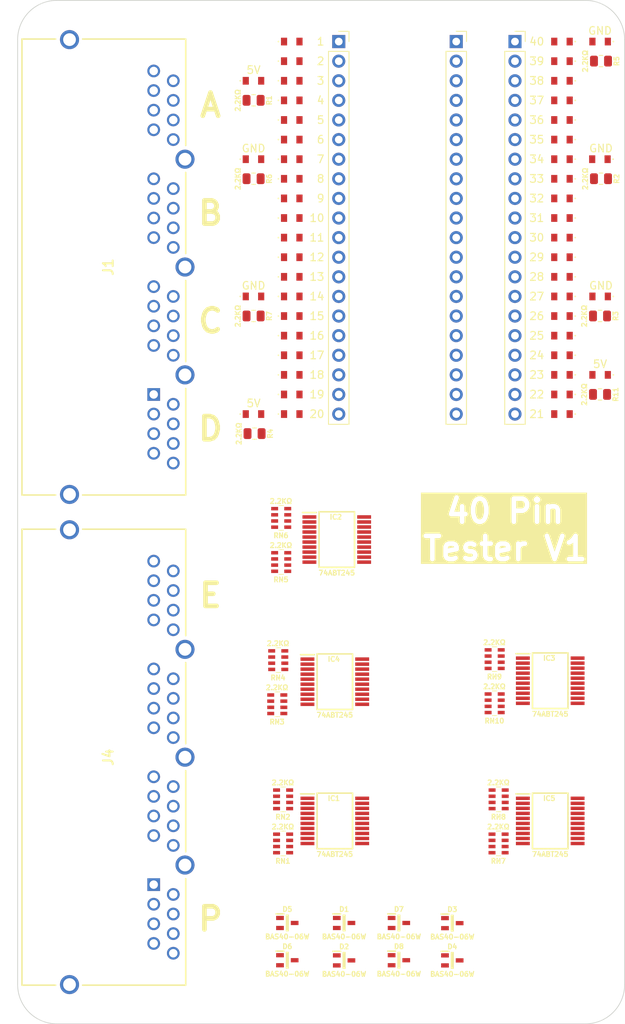
<source format=kicad_pcb>
(kicad_pcb (version 20241229) (generator "pcbnew") (generator_version "9.0")
  (title_block (title "HCP65 Component Tester") (date "2025-02-08") (rev "V0"))
  (layers (0 "F.Cu" signal) (2 "B.Cu" signal) (5 "F.SilkS" user "F.Silkscreen") (7 "B.SilkS" user "B.Silkscreen") (1 "F.Mask" user) (3 "B.Mask" user) (25 "Edge.Cuts" user))
  (net 0 "")
  (net 1 "/5V_{1}")
  (net 2 "/12V")
  (net 3 "/GND_{4}")
  (net 4 "/GND_{1}")
  (net 5 "/IO33")
  (net 6 "/IO30")
  (net 7 "/IO29")
  (net 8 "/IO23")
  (net 9 "/IO21")
  (net 10 "/IO25")
  (net 11 "/IO27")
  (net 12 "/IO39")
  (net 13 "/IO32")
  (net 16 "/IO6")
  (net 17 "/IO12")
  (net 19 "/IO10")
  (net 21 "/IO19")
  (net 22 "/IO15")
  (net 23 "/IO18")
  (net 24 "/IO16")
  (net 25 "/IO17")
  (net 26 "/IO14")
  (net 27 "/IO7")
  (net 28 "/IO1")
  (net 51 "Net-(LED1-Pad2)")
  (net 52 "/IO2")
  (net 53 "/IO13")
  (net 54 "/IO5")
  (net 55 "/IO31")
  (net 56 "/IO22")
  (net 57 "/IO4")
  (net 58 "/IO3")
  (net 59 "/IO9")
  (net 60 "/IO24")
  (net 61 "/IO8")
  (net 62 "/IO26")
  (net 63 "/IO11")
  (net 64 "/IO20")
  (net 65 "/IO0")
  (net 66 "/IO28")
  (net 67 "/GND_{2}")
  (net 68 "/5V_{3}")
  (net 69 "/5V_{2}")
  (net 70 "/GND_{3}")
  (net 71 "/IO34")
  (net 72 "/IO35")
  (net 73 "/IO36")
  (net 74 "/IO37")
  (net 75 "/IO38")
  (net 76 "Net-(LED2-Pad2)")
  (net 77 "Net-(IC1-A4)")
  (net 78 "Net-(IC1-A0)")
  (net 79 "Net-(IC1-A2)")
  (net 80 "Net-(IC1-A1)")
  (net 81 "Net-(IC1-A7)")
  (net 82 "Net-(IC1-A5)")
  (net 83 "Net-(IC1-A3)")
  (net 84 "Net-(IC1-A6)")
  (net 85 "Net-(IC2-A1)")
  (net 86 "Net-(IC2-A6)")
  (net 87 "Net-(IC2-A5)")
  (net 88 "Net-(IC2-A4)")
  (net 89 "Net-(IC2-A2)")
  (net 90 "Net-(IC2-A3)")
  (net 91 "Net-(IC2-A7)")
  (net 92 "Net-(IC2-A0)")
  (net 93 "Net-(IC3-A7)")
  (net 94 "Net-(IC3-A0)")
  (net 95 "Net-(IC3-A4)")
  (net 96 "Net-(IC3-A1)")
  (net 97 "Net-(IC3-A2)")
  (net 98 "Net-(IC3-A3)")
  (net 99 "Net-(IC3-A5)")
  (net 100 "Net-(IC3-A6)")
  (net 101 "Net-(IC4-A1)")
  (net 102 "Net-(IC4-A6)")
  (net 103 "Net-(IC4-A4)")
  (net 104 "Net-(IC4-A5)")
  (net 105 "Net-(IC4-A2)")
  (net 106 "Net-(IC4-A7)")
  (net 107 "Net-(IC4-A0)")
  (net 108 "Net-(IC4-A3)")
  (net 109 "Net-(IC5-A2)")
  (net 110 "Net-(IC5-A3)")
  (net 111 "Net-(IC5-A0)")
  (net 112 "Net-(IC5-A4)")
  (net 113 "Net-(IC5-A5)")
  (net 114 "Net-(IC5-A6)")
  (net 115 "Net-(IC5-A7)")
  (net 116 "Net-(IC5-A1)")
  (net 117 "Net-(LED3-Pad1)")
  (net 118 "Net-(LED4-Pad1)")
  (net 119 "Net-(LED5-Pad2)")
  (net 120 "Net-(LED6-Pad1)")
  (net 121 "Net-(LED7-Pad1)")
  (net 122 "Net-(LED8-Pad1)")
  (net 123 "/S6")
  (net 124 "/S5")
  (net 125 "/S4")
  (net 126 "/S3")
  (net 127 "/S2")
  (net 128 "/S1")
  (net 129 "/S0")
  (net 130 "/S15")
  (net 131 "/S14")
  (net 132 "/S13")
  (net 133 "/S12")
  (net 134 "/S11")
  (net 135 "/S10")
  (net 136 "/S9")
  (net 137 "/S8")
  (net 138 "/S23")
  (net 139 "/S22")
  (net 140 "/S21")
  (net 141 "/S20")
  (net 142 "/S19")
  (net 143 "/S18")
  (net 144 "/S17")
  (net 145 "/S16")
  (net 146 "/S31")
  (net 147 "/S30")
  (net 148 "/S29")
  (net 149 "/S28")
  (net 150 "/S27")
  (net 151 "/S26")
  (net 152 "/S25")
  (net 153 "/S24")
  (net 154 "/S39")
  (net 155 "/S38")
  (net 156 "/S37")
  (net 157 "/S36")
  (net 158 "/S35")
  (net 159 "/S34")
  (net 160 "/S33")
  (net 161 "/S32")
  (net 162 "/S7")
  (footprint "SamacSys_Parts:150224VS73100A" (layer "F.Cu") (at 31.607 30.48 -90)
    (property "Reference" "LED36" (hide yes))
    (property "Value" "150224VS73100A" (hide yes))
    (pad "1" smd rect (at 0 0 180) (size 0.8 1) (layers "F.Cu" "F.Mask" "F.Paste") (net 70 "/GND_{3}"))
    (pad "2" smd rect (at 0 2.000001 180) (size 0.8 1) (layers "F.Cu" "F.Mask" "F.Paste") (net 150 "/S27"))
  )
  (footprint "SamacSys_Parts:150224SS73100A" (layer "F.Cu") (at 36.5575 33.02 -90)
    (property "Reference" "LED4" (hide yes))
    (property "Value" "150224SS73100" (hide yes))
    (pad "1" smd rect (at 0 0 180) (size 0.8 1) (layers "F.Cu" "F.Mask" "F.Paste") (net 118 "Net-(LED4-Pad1)"))
    (pad "2" smd rect (at 0 2.000001 180) (size 0.8 1) (layers "F.Cu" "F.Mask" "F.Paste") (net 68 "/5V_{3}"))
  )
  (footprint "SamacSys_Parts:150224VS73100A" (layer "F.Cu") (at 31.607 38.1 -90)
    (property "Reference" "LED39" (hide yes))
    (property "Value" "150224VS73100A" (hide yes))
    (pad "1" smd rect (at 0 0 180) (size 0.8 1) (layers "F.Cu" "F.Mask" "F.Paste") (net 70 "/GND_{3}"))
    (pad "2" smd rect (at 0 2.000001 180) (size 0.8 1) (layers "F.Cu" "F.Mask" "F.Paste") (net 153 "/S24"))
  )
  (footprint "SamacSys_Parts:150224VS73100A" (layer "F.Cu") (at 31.607 43.18 -90)
    (property "Reference" "LED25" (hide yes))
    (property "Value" "150224VS73100A" (hide yes))
    (pad "1" smd rect (at 0 0 180) (size 0.8 1) (layers "F.Cu" "F.Mask" "F.Paste") (net 70 "/GND_{3}"))
    (pad "2" smd rect (at 0 2.000001 180) (size 0.8 1) (layers "F.Cu" "F.Mask" "F.Paste") (net 139 "/S22"))
  )
  (footprint "SamacSys_Parts:150224VS73100A" (layer "F.Cu") (at -5.445 45.72 90)
    (property "Reference" "LED29" (hide yes))
    (property "Value" "150224VS73100A" (hide yes))
    (pad "1" smd rect (at 0 0) (size 0.8 1) (layers "F.Cu" "F.Mask" "F.Paste") (net 70 "/GND_{3}"))
    (pad "2" smd rect (at 0 2.000001) (size 0.8 1) (layers "F.Cu" "F.Mask" "F.Paste") (net 143 "/S18"))
  )
  (footprint "SamacSys_Parts:150224VS73100A" (layer "F.Cu") (at -5.445 30.48 90)
    (property "Reference" "LED19" (hide yes))
    (property "Value" "150224VS73100A" (hide yes))
    (pad "1" smd rect (at 0 0) (size 0.8 1) (layers "F.Cu" "F.Mask" "F.Paste") (net 70 "/GND_{3}"))
    (pad "2" smd rect (at 0 2.000001) (size 0.8 1) (layers "F.Cu" "F.Mask" "F.Paste") (net 133 "/S12"))
  )
  (footprint "SamacSys_Parts:R_0805" (layer "F.Cu") (at -9.398 7.62 -90)
    (property "Reference" "R1" (at 0 -2.032 90) (layer "F.SilkS") (effects (font (size 0.635 0.635))))
    (property "Value" "2.2KΩ" (at 0 2.032 90) (layer "F.SilkS") (effects (font (size 0.635 0.635))))
    (pad "1" smd roundrect (at -0.01 0.9125) (size 1.025 1.4) (layers "F.Cu" "F.Mask" "F.Paste") (roundrect_rratio 0.243902) (net 1 "/5V_{1}"))
    (pad "2" smd roundrect (at -0.01 -0.9125) (size 1.025 1.4) (layers "F.Cu" "F.Mask" "F.Paste") (roundrect_rratio 0.243902) (net 51 "Net-(LED1-Pad2)"))
  )
  (footprint "SamacSys_Parts:150224VS73100A" (layer "F.Cu") (at -5.445 7.62 90)
    (property "Reference" "LED12" (hide yes))
    (property "Value" "150224VS73100A" (hide yes))
    (pad "1" smd rect (at 0 0) (size 0.8 1) (layers "F.Cu" "F.Mask" "F.Paste") (net 70 "/GND_{3}"))
    (pad "2" smd rect (at 0 2.000001) (size 0.8 1) (layers "F.Cu" "F.Mask" "F.Paste") (net 126 "/S3"))
  )
  (footprint "SamacSys_Parts:R_0805" (layer "F.Cu") (at 35.544 45.72 -90)
    (property "Reference" "R11" (at 0 -2.032 90) (layer "F.SilkS") (effects (font (size 0.635 0.635))))
    (property "Value" "2.2KΩ" (at 0 2.032 90) (layer "F.SilkS") (effects (font (size 0.635 0.635))))
    (pad "1" smd roundrect (at -0.01 0.9125) (size 1.025 1.4) (layers "F.Cu" "F.Mask" "F.Paste") (roundrect_rratio 0.243902) (net 76 "Net-(LED2-Pad2)"))
    (pad "2" smd roundrect (at -0.01 -0.9125) (size 1.025 1.4) (layers "F.Cu" "F.Mask" "F.Paste") (roundrect_rratio 0.243902) (net 1 "/5V_{1}"))
  )
  (footprint "SamacSys_Parts:150224VS73100A" (layer "F.Cu") (at -5.445 2.54 90)
    (property "Reference" "LED14" (hide yes))
    (property "Value" "150224VS73100A" (hide yes))
    (pad "1" smd rect (at 0 0) (size 0.8 1) (layers "F.Cu" "F.Mask" "F.Paste") (net 70 "/GND_{3}"))
    (pad "2" smd rect (at 0 2.000001) (size 0.8 1) (layers "F.Cu" "F.Mask" "F.Paste") (net 128 "/S1"))
  )
  (footprint "SamacSys_Parts:150224SS73100A" (layer "F.Cu") (at -10.4115 48.26 90)
    (property "Reference" "LED5" (hide yes))
    (property "Value" "150224SS73100" (hide yes))
    (pad "1" smd rect (at 0 0) (size 0.8 1) (layers "F.Cu" "F.Mask" "F.Paste") (net 70 "/GND_{3}"))
    (pad "2" smd rect (at 0 2.000001) (size 0.8 1) (layers "F.Cu" "F.Mask" "F.Paste") (net 119 "Net-(LED5-Pad2)"))
  )
  (footprint "SamacSys_Parts:150224VS73100A" (layer "F.Cu") (at 31.607 15.24 -90)
    (property "Reference" "LED46" (hide yes))
    (property "Value" "150224VS73100A" (hide yes))
    (pad "1" smd rect (at 0 0 180) (size 0.8 1) (layers "F.Cu" "F.Mask" "F.Paste") (net 70 "/GND_{3}"))
    (pad "2" smd rect (at 0 2.000001 180) (size 0.8 1) (layers "F.Cu" "F.Mask" "F.Paste") (net 160 "/S33"))
  )
  (footprint "SamacSys_Parts:150224VS73100A" (layer "F.Cu") (at -5.445 27.94 90)
    (property "Reference" "LED20" (hide yes))
    (property "Value" "150224VS73100A" (hide yes))
    (pad "1" smd rect (at 0 0) (size 0.8 1) (layers "F.Cu" "F.Mask" "F.Paste") (net 70 "/GND_{3}"))
    (pad "2" smd rect (at 0 2.000001) (size 0.8 1) (layers "F.Cu" "F.Mask" "F.Paste") (net 134 "/S11"))
  )
  (footprint "SamacSys_Parts:150224SS73100A" (layer "F.Cu") (at -10.4115 5.08 90)
    (property "Reference" "LED1" (hide yes))
    (property "Value" "150224SS73100" (hide yes))
    (pad "1" smd rect (at 0 0) (size 0.8 1) (layers "F.Cu" "F.Mask" "F.Paste") (net 70 "/GND_{3}"))
    (pad "2" smd rect (at 0 2.000001) (size 0.8 1) (layers "F.Cu" "F.Mask" "F.Paste") (net 51 "Net-(LED1-Pad2)"))
  )
  (footprint "SamacSys_Parts:SOP65P780X200-20N" (layer "F.Cu") (at 1.1405 82.931)
    (property "Reference" "IC4" (at -0.127 -2.920999 0) (layer "F.SilkS") (effects (font (size 0.635 0.635))))
    (property "Value" "SN74ABT245BDBR" (hide yes))
    (fp_text user "${Silkscreen}" (at 0 4.318 0) (layer "F.SilkS") (effects (font (size 0.635 0.635))))
    (pad "1" smd rect (at -3.55 -2.925 90) (size 0.45 1.8) (layers "F.Cu" "F.Mask" "F.Paste") (net 70 "/GND_{3}"))
    (pad "2" smd rect (at -3.55 -2.275 90) (size 0.45 1.8) (layers "F.Cu" "F.Mask" "F.Paste") (net 107 "Net-(IC4-A0)"))
    (pad "3" smd rect (at -3.550001 -1.625 90) (size 0.45 1.8) (layers "F.Cu" "F.Mask" "F.Paste") (net 101 "Net-(IC4-A1)"))
    (pad "4" smd rect (at -3.55 -0.975 90) (size 0.45 1.8) (layers "F.Cu" "F.Mask" "F.Paste") (net 105 "Net-(IC4-A2)"))
    (pad "5" smd rect (at -3.55 -0.325 90) (size 0.45 1.8) (layers "F.Cu" "F.Mask" "F.Paste") (net 108 "Net-(IC4-A3)"))
    (pad "6" smd rect (at -3.55 0.325 90) (size 0.45 1.8) (layers "F.Cu" "F.Mask" "F.Paste") (net 103 "Net-(IC4-A4)"))
    (pad "7" smd rect (at -3.55 0.975 90) (size 0.45 1.8) (layers "F.Cu" "F.Mask" "F.Paste") (net 104 "Net-(IC4-A5)"))
    (pad "8" smd rect (at -3.550001 1.625 90) (size 0.45 1.8) (layers "F.Cu" "F.Mask" "F.Paste") (net 102 "Net-(IC4-A6)"))
    (pad "9" smd rect (at -3.55 2.275 90) (size 0.45 1.8) (layers "F.Cu" "F.Mask" "F.Paste") (net 106 "Net-(IC4-A7)"))
    (pad "10" smd rect (at -3.55 2.925 90) (size 0.45 1.8) (layers "F.Cu" "F.Mask" "F.Paste") (net 70 "/GND_{3}"))
    (pad "11" smd rect (at 3.55 2.925 90) (size 0.45 1.8) (layers "F.Cu" "F.Mask" "F.Paste") (net 55 "/IO31"))
    (pad "12" smd rect (at 3.55 2.275 90) (size 0.45 1.8) (layers "F.Cu" "F.Mask" "F.Paste") (net 6 "/IO30"))
    (pad "13" smd rect (at 3.550001 1.625 90) (size 0.45 1.8) (layers "F.Cu" "F.Mask" "F.Paste") (net 7 "/IO29"))
    (pad "14" smd rect (at 3.55 0.975 90) (size 0.45 1.8) (layers "F.Cu" "F.Mask" "F.Paste") (net 66 "/IO28"))
    (pad "15" smd rect (at 3.55 0.325 90) (size 0.45 1.8) (layers "F.Cu" "F.Mask" "F.Paste") (net 11 "/IO27"))
    (pad "16" smd rect (at 3.55 -0.325 90) (size 0.45 1.8) (layers "F.Cu" "F.Mask" "F.Paste") (net 62 "/IO26"))
    (pad "17" smd rect (at 3.55 -0.975 90) (size 0.45 1.8) (layers "F.Cu" "F.Mask" "F.Paste") (net 10 "/IO25"))
    (pad "18" smd rect (at 3.550001 -1.625 90) (size 0.45 1.8) (layers "F.Cu" "F.Mask" "F.Paste") (net 60 "/IO24"))
    (pad "19" smd rect (at 3.55 -2.275 90) (size 0.45 1.8) (layers "F.Cu" "F.Mask" "F.Paste") (net 70 "/GND_{3}"))
    (pad "20" smd rect (at 3.55 -2.925 90) (size 0.45 1.8) (layers "F.Cu" "F.Mask" "F.Paste") (net 68 "/5V_{3}"))
  )
  (footprint "SamacSys_Parts:150224VS73100A" (layer "F.Cu") (at -5.445 43.18 90)
    (property "Reference" "LED30" (hide yes))
    (property "Value" "150224VS73100A" (hide yes))
    (pad "1" smd rect (at 0 0) (size 0.8 1) (layers "F.Cu" "F.Mask" "F.Paste") (net 70 "/GND_{3}"))
    (pad "2" smd rect (at 0 2.000001) (size 0.8 1) (layers "F.Cu" "F.Mask" "F.Paste") (net 144 "/S17"))
  )
  (footprint "SamacSys_Parts:CAY16-J4" (layer "F.Cu") (at -5.5965 103.886)
    (property "Reference" "RN1" (at 0 2.286 0) (layer "F.SilkS") (effects (font (size 0.635 0.635))))
    (property "Value" "CAY16-222F4LF" (hide yes))
    (fp_text user "${Silkscreen}" (at 0 -2.159001 0) (layer "F.SilkS") (effects (font (size 0.635 0.635))))
    (pad "1" smd rect (at 0.879 1.2 90) (size 0.45 0.9) (layers "F.Cu" "F.Mask" "F.Paste") (net 81 "Net-(IC1-A7)"))
    (pad "2" smd rect (at 0.879 0.4 90) (size 0.45 0.9) (layers "F.Cu" "F.Mask" "F.Paste") (net 84 "Net-(IC1-A6)"))
    (pad "3" smd rect (at 0.879 -0.4 90) (size 0.45 0.9) (layers "F.Cu" "F.Mask" "F.Paste") (net 82 "Net-(IC1-A5)"))
    (pad "4" smd rect (at 0.879 -1.2 90) (size 0.45 0.9) (layers "F.Cu" "F.Mask" "F.Paste") (net 77 "Net-(IC1-A4)"))
    (pad "5" smd rect (at -0.821 -1.2 90) (size 0.45 0.9) (layers "F.Cu" "F.Mask" "F.Paste") (net 125 "/S4"))
    (pad "6" smd rect (at -0.821 -0.4 90) (size 0.45 0.9) (layers "F.Cu" "F.Mask" "F.Paste") (net 124 "/S5"))
    (pad "7" smd rect (at -0.821 0.4 90) (size 0.45 0.9) (layers "F.Cu" "F.Mask" "F.Paste") (net 123 "/S6"))
    (pad "8" smd rect (at -0.821 1.2 90) (size 0.45 0.9) (layers "F.Cu" "F.Mask" "F.Paste") (net 162 "/S7"))
  )
  (footprint "SamacSys_Parts:150224VS73100A" (layer "F.Cu") (at 31.607 48.26 -90)
    (property "Reference" "LED27" (hide yes))
    (property "Value" "150224VS73100A" (hide yes))
    (pad "1" smd rect (at 0 0 180) (size 0.8 1) (layers "F.Cu" "F.Mask" "F.Paste") (net 70 "/GND_{3}"))
    (pad "2" smd rect (at 0 2.000001 180) (size 0.8 1) (layers "F.Cu" "F.Mask" "F.Paste") (net 141 "/S20"))
  )
  (footprint "SamacSys_Parts:SOT65P210X110-3N" (layer "F.Cu") (at -5.0215 114.188)
    (property "Reference" "D5" (at 0 -1.778 0) (layer "F.SilkS") (effects (font (size 0.635 0.635))))
    (property "Value" "BAS40-06W,115" (hide yes))
    (property "Silkscreen" "BAS40-06W" (at 0 1.778 0) (layer "F.SilkS") (effects (font (size 0.635 0.635))))
    (pad "1" smd rect (at -0.95 -0.65 90) (size 0.55 1) (layers "F.Cu" "F.Mask" "F.Paste") (net 21 "/IO19"))
    (pad "2" smd rect (at -0.95 0.65 90) (size 0.55 1) (layers "F.Cu" "F.Mask" "F.Paste") (net 21 "/IO19"))
    (pad "3" smd rect (at 0.949999 0 90) (size 0.55 1) (layers "F.Cu" "F.Mask" "F.Paste") (net 69 "/5V_{2}"))
  )
  (footprint "SamacSys_Parts:150224VS73100A" (layer "F.Cu") (at -5.445 22.86 90)
    (property "Reference" "LED22" (hide yes))
    (property "Value" "150224VS73100A" (hide yes))
    (pad "1" smd rect (at 0 0) (size 0.8 1) (layers "F.Cu" "F.Mask" "F.Paste") (net 70 "/GND_{3}"))
    (pad "2" smd rect (at 0 2.000001) (size 0.8 1) (layers "F.Cu" "F.Mask" "F.Paste") (net 136 "/S9"))
  )
  (footprint "SamacSys_Parts:150224VS73100A" (layer "F.Cu") (at -5.445 15.24 90)
    (property "Reference" "LED9" (hide yes))
    (property "Value" "150224VS73100A" (hide yes))
    (pad "1" smd rect (at 0 0) (size 0.8 1) (layers "F.Cu" "F.Mask" "F.Paste") (net 70 "/GND_{3}"))
    (pad "2" smd rect (at 0 2.000001) (size 0.8 1) (layers "F.Cu" "F.Mask" "F.Paste") (net 123 "/S6"))
  )
  (footprint "SamacSys_Parts:R_0805" (layer "F.Cu") (at -9.398 35.56 -90)
    (property "Reference" "R7" (at 0 -2.032 90) (layer "F.SilkS") (effects (font (size 0.635 0.635))))
    (property "Value" "2.2KΩ" (at 0 2.032 90) (layer "F.SilkS") (effects (font (size 0.635 0.635))))
    (pad "1" smd roundrect (at -0.01 0.9125) (size 1.025 1.4) (layers "F.Cu" "F.Mask" "F.Paste") (roundrect_rratio 0.243902) (net 122 "Net-(LED8-Pad1)"))
    (pad "2" smd roundrect (at -0.01 -0.9125) (size 1.025 1.4) (layers "F.Cu" "F.Mask" "F.Paste") (roundrect_rratio 0.243902) (net 4 "/GND_{1}"))
  )
  (footprint "SamacSys_Parts:150224SS73100A" (layer "F.Cu") (at -10.4115 33.02 90)
    (property "Reference" "LED8" (hide yes))
    (property "Value" "150224SS73100" (hide yes))
    (pad "1" smd rect (at 0 0) (size 0.8 1) (layers "F.Cu" "F.Mask" "F.Paste") (net 122 "Net-(LED8-Pad1)"))
    (pad "2" smd rect (at 0 2.000001) (size 0.8 1) (layers "F.Cu" "F.Mask" "F.Paste") (net 68 "/5V_{3}"))
  )
  (footprint "SamacSys_Parts:150224VS73100A" (layer "F.Cu") (at 31.607 25.4 -90)
    (property "Reference" "LED34" (hide yes))
    (property "Value" "150224VS73100A" (hide yes))
    (pad "1" smd rect (at 0 0 180) (size 0.8 1) (layers "F.Cu" "F.Mask" "F.Paste") (net 70 "/GND_{3}"))
    (pad "2" smd rect (at 0 2.000001 180) (size 0.8 1) (layers "F.Cu" "F.Mask" "F.Paste") (net 148 "/S29"))
  )
  (footprint "SamacSys_Parts:CAY16-J4" (layer "F.Cu") (at -6.3525 85.852)
    (property "Reference" "RN3" (at 0 2.286 0) (layer "F.SilkS") (effects (font (size 0.635 0.635))))
    (property "Value" "CAY16-222F4LF" (hide yes))
    (fp_text user "${Silkscreen}" (at 0 -2.159001 0) (layer "F.SilkS") (effects (font (size 0.635 0.635))))
    (pad "1" smd rect (at 0.879 1.2 90) (size 0.45 0.9) (layers "F.Cu" "F.Mask" "F.Paste") (net 106 "Net-(IC4-A7)"))
    (pad "2" smd rect (at 0.879 0.4 90) (size 0.45 0.9) (layers "F.Cu" "F.Mask" "F.Paste") (net 102 "Net-(IC4-A6)"))
    (pad "3" smd rect (at 0.879 -0.4 90) (size 0.45 0.9) (layers "F.Cu" "F.Mask" "F.Paste") (net 104 "Net-(IC4-A5)"))
    (pad "4" smd rect (at 0.879 -1.2 90) (size 0.45 0.9) (layers "F.Cu" "F.Mask" "F.Paste") (net 103 "Net-(IC4-A4)"))
    (pad "5" smd rect (at -0.821 -1.2 90) (size 0.45 0.9) (layers "F.Cu" "F.Mask" "F.Paste") (net 149 "/S28"))
    (pad "6" smd rect (at -0.821 -0.4 90) (size 0.45 0.9) (layers "F.Cu" "F.Mask" "F.Paste") (net 148 "/S29"))
    (pad "7" smd rect (at -0.821 0.4 90) (size 0.45 0.9) (layers "F.Cu" "F.Mask" "F.Paste") (net 147 "/S30"))
    (pad "8" smd rect (at -0.821 1.2 90) (size 0.45 0.9) (layers "F.Cu" "F.Mask" "F.Paste") (net 146 "/S31"))
  )
  (footprint "SamacSys_Parts:150224VS73100A" (layer "F.Cu") (at 31.607 45.72 -90)
    (property "Reference" "LED26" (hide yes))
    (property "Value" "150224VS73100A" (hide yes))
    (pad "1" smd rect (at 0 0 180) (size 0.8 1) (layers "F.Cu" "F.Mask" "F.Paste") (net 70 "/GND_{3}"))
    (pad "2" smd rect (at 0 2.000001 180) (size 0.8 1) (layers "F.Cu" "F.Mask" "F.Paste") (net 140 "/S21"))
  )
  (footprint "SamacSys_Parts:150224VS73100A" (layer "F.Cu") (at -5.445 5.08 90)
    (property "Reference" "LED13" (hide yes))
    (property "Value" "150224VS73100A" (hide yes))
    (pad "1" smd rect (at 0 0) (size 0.8 1) (layers "F.Cu" "F.Mask" "F.Paste") (net 70 "/GND_{3}"))
    (pad "2" smd rect (at 0 2.000001) (size 0.8 1) (layers "F.Cu" "F.Mask" "F.Paste") (net 127 "/S2"))
  )
  (footprint "SamacSys_Parts:150224VS73100A" (layer "F.Cu") (at -5.445 25.4 90)
    (property "Reference" "LED21" (hide yes))
    (property "Value" "150224VS73100A" (hide yes))
    (pad "1" smd rect (at 0 0) (size 0.8 1) (layers "F.Cu" "F.Mask" "F.Paste") (net 70 "/GND_{3}"))
    (pad "2" smd rect (at 0 2.000001) (size 0.8 1) (layers "F.Cu" "F.Mask" "F.Paste") (net 135 "/S10"))
  )
  (footprint "SamacSys_Parts:150224VS73100A" (layer "F.Cu") (at -5.445 0 90)
    (property "Reference" "LED15" (hide yes))
    (property "Value" "150224VS73100A" (hide yes))
    (pad "1" smd rect (at 0 0) (size 0.8 1) (layers "F.Cu" "F.Mask" "F.Paste") (net 70 "/GND_{3}"))
    (pad "2" smd rect (at 0 2.000001) (size 0.8 1) (layers "F.Cu" "F.Mask" "F.Paste") (net 129 "/S0"))
  )
  (footprint "SamacSys_Parts:150224VS73100A" (layer "F.Cu") (at 31.607 7.62 -90)
    (property "Reference" "LED43" (hide yes))
    (property "Value" "150224VS73100A" (hide yes))
    (pad "1" smd rect (at 0 0 180) (size 0.8 1) (layers "F.Cu" "F.Mask" "F.Paste") (net 70 "/GND_{3}"))
    (pad "2" smd rect (at 0 2.000001 180) (size 0.8 1) (layers "F.Cu" "F.Mask" "F.Paste") (net 157 "/S36"))
  )
  (footprint "SamacSys_Parts:150224VS73100A" (layer "F.Cu") (at -5.445 38.1 90)
    (property "Reference" "LED16" (hide yes))
    (property "Value" "150224VS73100A" (hide yes))
    (pad "1" smd rect (at 0 0) (size 0.8 1) (layers "F.Cu" "F.Mask" "F.Paste") (net 70 "/GND_{3}"))
    (pad "2" smd rect (at 0 2.000001) (size 0.8 1) (layers "F.Cu" "F.Mask" "F.Paste") (net 130 "/S15"))
  )
  (footprint "SamacSys_Parts:150224SS73100A" (layer "F.Cu") (at 36.528 15.24 -90)
    (property "Reference" "LED3" (hide yes))
    (property "Value" "150224SS73100" (hide yes))
    (pad "1" smd rect (at 0 0 180) (size 0.8 1) (layers "F.Cu" "F.Mask" "F.Paste") (net 117 "Net-(LED3-Pad1)"))
    (pad "2" smd rect (at 0 2.000001 180) (size 0.8 1) (layers "F.Cu" "F.Mask" "F.Paste") (net 68 "/5V_{3}"))
  )
  (footprint "SamacSys_Parts:SOT65P210X110-3N" (layer "F.Cu") (at 2.3445 114.188)
    (property "Reference" "D1" (at 0 -1.778 0) (layer "F.SilkS") (effects (font (size 0.635 0.635))))
    (property "Value" "BAS40-06W,115" (hide yes))
    (property "Silkscreen" "BAS40-06W" (at 0 1.778 0) (layer "F.SilkS") (effects (font (size 0.635 0.635))))
    (pad "1" smd rect (at -0.95 -0.65 90) (size 0.55 1) (layers "F.Cu" "F.Mask" "F.Paste") (net 52 "/IO2"))
    (pad "2" smd rect (at -0.95 0.65 90) (size 0.55 1) (layers "F.Cu" "F.Mask" "F.Paste") (net 52 "/IO2"))
    (pad "3" smd rect (at 0.949999 0 90) (size 0.55 1) (layers "F.Cu" "F.Mask" "F.Paste") (net 1 "/5V_{1}"))
  )
  (footprint "SamacSys_Parts:CAY16-J4" (layer "F.Cu") (at -5.8445 61.711)
    (property "Reference" "RN6" (at 0 2.286 0) (layer "F.SilkS") (effects (font (size 0.635 0.635))))
    (property "Value" "CAY16-222F4LF" (hide yes))
    (fp_text user "${Silkscreen}" (at 0 -2.159001 0) (layer "F.SilkS") (effects (font (size 0.635 0.635))))
    (pad "1" smd rect (at 0.879 1.2 90) (size 0.45 0.9) (layers "F.Cu" "F.Mask" "F.Paste") (net 90 "Net-(IC2-A3)"))
    (pad "2" smd rect (at 0.879 0.4 90) (size 0.45 0.9) (layers "F.Cu" "F.Mask" "F.Paste") (net 89 "Net-(IC2-A2)"))
    (pad "3" smd rect (at 0.879 -0.4 90) (size 0.45 0.9) (layers "F.Cu" "F.Mask" "F.Paste") (net 85 "Net-(IC2-A1)"))
    (pad "4" smd rect (at 0.879 -1.2 90) (size 0.45 0.9) (layers "F.Cu" "F.Mask" "F.Paste") (net 92 "Net-(IC2-A0)"))
    (pad "5" smd rect (at -0.821 -1.2 90) (size 0.45 0.9) (layers "F.Cu" "F.Mask" "F.Paste") (net 137 "/S8"))
    (pad "6" smd rect (at -0.821 -0.4 90) (size 0.45 0.9) (layers "F.Cu" "F.Mask" "F.Paste") (net 136 "/S9"))
    (pad "7" smd rect (at -0.821 0.4 90) (size 0.45 0.9) (layers "F.Cu" "F.Mask" "F.Paste") (net 135 "/S10"))
    (pad "8" smd rect (at -0.821 1.2 90) (size 0.45 0.9) (layers "F.Cu" "F.Mask" "F.Paste") (net 134 "/S11"))
  )
  (footprint "SamacSys_Parts:SOP65P780X200-20N" (layer "F.Cu") (at 1.1405 100.965)
    (property "Reference" "IC1" (at -0.127 -2.920999 0) (layer "F.SilkS") (effects (font (size 0.635 0.635))))
    (property "Value" "SN74ABT245BDBR" (hide yes))
    (fp_text user "${Silkscreen}" (at 0 4.318 0) (layer "F.SilkS") (effects (font (size 0.635 0.635))))
    (pad "1" smd rect (at -3.55 -2.925 90) (size 0.45 1.8) (layers "F.Cu" "F.Mask" "F.Paste") (net 70 "/GND_{3}"))
    (pad "2" smd rect (at -3.55 -2.275 90) (size 0.45 1.8) (layers "F.Cu" "F.Mask" "F.Paste") (net 78 "Net-(IC1-A0)"))
    (pad "3" smd rect (at -3.550001 -1.625 90) (size 0.45 1.8) (layers "F.Cu" "F.Mask" "F.Paste") (net 80 "Net-(IC1-A1)"))
    (pad "4" smd rect (at -3.55 -0.975 90) (size 0.45 1.8) (layers "F.Cu" "F.Mask" "F.Paste") (net 79 "Net-(IC1-A2)"))
    (pad "5" smd rect (at -3.55 -0.325 90) (size 0.45 1.8) (layers "F.Cu" "F.Mask" "F.Paste") (net 83 "Net-(IC1-A3)"))
    (pad "6" smd rect (at -3.55 0.325 90) (size 0.45 1.8) (layers "F.Cu" "F.Mask" "F.Paste") (net 77 "Net-(IC1-A4)"))
    (pad "7" smd rect (at -3.55 0.975 90) (size 0.45 1.8) (layers "F.Cu" "F.Mask" "F.Paste") (net 82 "Net-(IC1-A5)"))
    (pad "8" smd rect (at -3.550001 1.625 90) (size 0.45 1.8) (layers "F.Cu" "F.Mask" "F.Paste") (net 84 "Net-(IC1-A6)"))
    (pad "9" smd rect (at -3.55 2.275 90) (size 0.45 1.8) (layers "F.Cu" "F.Mask" "F.Paste") (net 81 "Net-(IC1-A7)"))
    (pad "10" smd rect (at -3.55 2.925 90) (size 0.45 1.8) (layers "F.Cu" "F.Mask" "F.Paste") (net 70 "/GND_{3}"))
    (pad "11" smd rect (at 3.55 2.925 90) (size 0.45 1.8) (layers "F.Cu" "F.Mask" "F.Paste") (net 27 "/IO7"))
    (pad "12" smd rect (at 3.55 2.275 90) (size 0.45 1.8) (layers "F.Cu" "F.Mask" "F.Paste") (net 16 "/IO6"))
    (pad "13" smd rect (at 3.550001 1.625 90) (size 0.45 1.8) (layers "F.Cu" "F.Mask" "F.Paste") (net 54 "/IO5"))
    (pad "14" smd rect (at 3.55 0.975 90) (size 0.45 1.8) (layers "F.Cu" "F.Mask" "F.Paste") (net 57 "/IO4"))
    (pad "15" smd rect (at 3.55 0.325 90) (size 0.45 1.8) (layers "F.Cu" "F.Mask" "F.Paste") (net 58 "/IO3"))
    (pad "16" smd rect (at 3.55 -0.325 90) (size 0.45 1.8) (layers "F.Cu" "F.Mask" "F.Paste") (net 52 "/IO2"))
    (pad "17" smd rect (at 3.55 -0.975 90) (size 0.45 1.8) (layers "F.Cu" "F.Mask" "F.Paste") (net 28 "/IO1"))
    (pad "18" smd rect (at 3.550001 -1.625 90) (size 0.45 1.8) (layers "F.Cu" "F.Mask" "F.Paste") (net 65 "/IO0"))
    (pad "19" smd rect (at 3.55 -2.275 90) (size 0.45 1.8) (layers "F.Cu" "F.Mask" "F.Paste") (net 70 "/GND_{3}"))
    (pad "20" smd rect (at 3.55 -2.925 90) (size 0.45 1.8) (layers "F.Cu" "F.Mask" "F.Paste") (net 68 "/5V_{3}"))
  )
  (footprint "SamacSys_Parts:SOP65P780X200-20N" (layer "F.Cu") (at 29.083 82.804)
    (property "Reference" "IC3" (at -0.127 -2.920999 0) (layer "F.SilkS") (effects (font (size 0.635 0.635))))
    (property "Value" "SN74ABT245BDBR" (hide yes))
    (fp_text user "${Silkscreen}" (at 0 4.318 0) (layer "F.SilkS") (effects (font (size 0.635 0.635))))
    (pad "1" smd rect (at -3.55 -2.925 90) (size 0.45 1.8) (layers "F.Cu" "F.Mask" "F.Paste") (net 70 "/GND_{3}"))
    (pad "2" smd rect (at -3.55 -2.275 90) (size 0.45 1.8) (layers "F.Cu" "F.Mask" "F.Paste") (net 94 "Net-(IC3-A0)"))
    (pad "3" smd rect (at -3.550001 -1.625 90) (size 0.45 1.8) (layers "F.Cu" "F.Mask" "F.Paste") (net 96 "Net-(IC3-A1)"))
    (pad "4" smd rect (at -3.55 -0.975 90) (size 0.45 1.8) (layers "F.Cu" "F.Mask" "F.Paste") (net 97 "Net-(IC3-A2)"))
    (pad "5" smd rect (at -3.55 -0.325 90) (size 0.45 1.8) (layers "F.Cu" "F.Mask" "F.Paste") (net 98 "Net-(IC3-A3)"))
    (pad "6" smd rect (at -3.55 0.325 90) (size 0.45 1.8) (layers "F.Cu" "F.Mask" "F.Paste") (net 95 "Net-(IC3-A4)"))
    (pad "7" smd rect (at -3.55 0.975 90) (size 0.45 1.8) (layers "F.Cu" "F.Mask" "F.Paste") (net 99 "Net-(IC3-A5)"))
    (pad "8" smd rect (at -3.550001 1.625 90) (size 0.45 1.8) (layers "F.Cu" "F.Mask" "F.Paste") (net 100 "Net-(IC3-A6)"))
    (pad "9" smd rect (at -3.55 2.275 90) (size 0.45 1.8) (layers "F.Cu" "F.Mask" "F.Paste") (net 93 "Net-(IC3-A7)"))
    (pad "10" smd rect (at -3.55 2.925 90) (size 0.45 1.8) (layers "F.Cu" "F.Mask" "F.Paste") (net 70 "/GND_{3}"))
    (pad "11" smd rect (at 3.55 2.925 90) (size 0.45 1.8) (layers "F.Cu" "F.Mask" "F.Paste") (net 8 "/IO23"))
    (pad "12" smd rect (at 3.55 2.275 90) (size 0.45 1.8) (layers "F.Cu" "F.Mask" "F.Paste") (net 56 "/IO22"))
    (pad "13" smd rect (at 3.550001 1.625 90) (size 0.45 1.8) (layers "F.Cu" "F.Mask" "F.Paste") (net 9 "/IO21"))
    (pad "14" smd rect (at 3.55 0.975 90) (size 0.45 1.8) (layers "F.Cu" "F.Mask" "F.Paste") (net 64 "/IO20"))
    (pad "15" smd rect (at 3.55 0.325 90) (size 0.45 1.8) (layers "F.Cu" "F.Mask" "F.Paste") (net 21 "/IO19"))
    (pad "16" smd rect (at 3.55 -0.325 90) (size 0.45 1.8) (layers "F.Cu" "F.Mask" "F.Paste") (net 23 "/IO18"))
    (pad "17" smd rect (at 3.55 -0.975 90) (size 0.45 1.8) (layers "F.Cu" "F.Mask" "F.Paste") (net 25 "/IO17"))
    (pad "18" smd rect (at 3.550001 -1.625 90) (size 0.45 1.8) (layers "F.Cu" "F.Mask" "F.Paste") (net 24 "/IO16"))
    (pad "19" smd rect (at 3.55 -2.275 90) (size 0.45 1.8) (layers "F.Cu" "F.Mask" "F.Paste") (net 70 "/GND_{3}"))
    (pad "20" smd rect (at 3.55 -2.925 90) (size 0.45 1.8) (layers "F.Cu" "F.Mask" "F.Paste") (net 68 "/5V_{3}"))
  )
  (footprint "SamacSys_Parts:150224SS73100A" (layer "F.Cu") (at 36.5575 0 -90)
    (property "Reference" "LED6" (hide yes))
    (property "Value" "150224SS73100" (hide yes))
    (pad "1" smd rect (at 0 0 180) (size 0.8 1) (layers "F.Cu" "F.Mask" "F.Paste") (net 120 "Net-(LED6-Pad1)"))
    (pad "2" smd rect (at 0 2.000001 180) (size 0.8 1) (layers "F.Cu" "F.Mask" "F.Paste") (net 68 "/5V_{3}"))
  )
  (footprint "SamacSys_Parts:CAY16-J4" (layer "F.Cu") (at 21.844 80.01)
    (property "Reference" "RN9" (at 0 2.286 0) (layer "F.SilkS") (effects (font (size 0.635 0.635))))
    (property "Value" "CAY16-222F4LF" (hide yes))
    (fp_text user "${Silkscreen}" (at 0 -2.159001 0) (layer "F.SilkS") (effects (font (size 0.635 0.635))))
    (pad "1" smd rect (at 0.879 1.2 90) (size 0.45 0.9) (layers "F.Cu" "F.Mask" "F.Paste") (net 98 "Net-(IC3-A3)"))
    (pad "2" smd rect (at 0.879 0.4 90) (size 0.45 0.9) (layers "F.Cu" "F.Mask" "F.Paste") (net 97 "Net-(IC3-A2)"))
    (pad "3" smd rect (at 0.879 -0.4 90) (size 0.45 0.9) (layers "F.Cu" "F.Mask" "F.Paste") (net 96 "Net-(IC3-A1)"))
    (pad "4" smd rect (at 0.879 -1.2 90) (size 0.45 0.9) (layers "F.Cu" "F.Mask" "F.Paste") (net 94 "Net-(IC3-A0)"))
    (pad "5" smd rect (at -0.821 -1.2 90) (size 0.45 0.9) (layers "F.Cu" "F.Mask" "F.Paste") (net 145 "/S16"))
    (pad "6" smd rect (at -0.821 -0.4 90) (size 0.45 0.9) (layers "F.Cu" "F.Mask" "F.Paste") (net 144 "/S17"))
    (pad "7" smd rect (at -0.821 0.4 90) (size 0.45 0.9) (layers "F.Cu" "F.Mask" "F.Paste") (net 143 "/S18"))
    (pad "8" smd rect (at -0.821 1.2 90) (size 0.45 0.9) (layers "F.Cu" "F.Mask" "F.Paste") (net 142 "/S19"))
  )
  (footprint "SamacSys_Parts:150224VS73100A" (layer "F.Cu") (at -5.445 35.56 90)
    (property "Reference" "LED17" (hide yes))
    (property "Value" "150224VS73100A" (hide yes))
    (pad "1" smd rect (at 0 0) (size 0.8 1) (layers "F.Cu" "F.Mask" "F.Paste") (net 70 "/GND_{3}"))
    (pad "2" smd rect (at 0 2.000001) (size 0.8 1) (layers "F.Cu" "F.Mask" "F.Paste") (net 131 "/S14"))
  )
  (footprint "SamacSys_Parts:150224VS73100A" (layer "F.Cu") (at -5.445 33.02 90)
    (property "Reference" "LED18" (hide yes))
    (property "Value" "150224VS73100A" (hide yes))
    (pad "1" smd rect (at 0 0) (size 0.8 1) (layers "F.Cu" "F.Mask" "F.Paste") (net 70 "/GND_{3}"))
    (pad "2" smd rect (at 0 2.000001) (size 0.8 1) (layers "F.Cu" "F.Mask" "F.Paste") (net 132 "/S13"))
  )
  (footprint "SamacSys_Parts:63391672" (layer "F.Cu") (at -22.3545 45.72 -90)
    (property "Reference" "J1" (at -16.511 5.896001 90) (layer "F.SilkS") (effects (font (size 1.27 1.27) (thickness 0.254))))
    (property "Value" "6339167-2" (hide yes))
    (pad "" np_thru_hole circle (at -43.18 6.35 270) (size 3.33 3.33) (drill 3.33) (layers "*.Cu" "*.Mask"))
    (pad "" np_thru_hole circle (at 10.16 6.35 270) (size 3.33 3.33) (drill 3.33) (layers "*.Cu" "*.Mask"))
    (pad "A1" thru_hole rect (at 0 0 270) (size 1.65 1.65) (drill 1.1) (layers "*.Cu" "*.Mask") (net 60 "/IO24"))
    (pad "A2" thru_hole circle (at 1.27 -2.54 270) (size 1.65 1.65) (drill 1.1) (layers "*.Cu" "*.Mask") (net 10 "/IO25"))
    (pad "A3" thru_hole circle (at 2.54 0 270) (size 1.65 1.65) (drill 1.1) (layers "*.Cu" "*.Mask") (net 62 "/IO26"))
    (pad "A4" thru_hole circle (at 3.81 -2.54 270) (size 1.65 1.65) (drill 1.1) (layers "*.Cu" "*.Mask") (net 11 "/IO27"))
    (pad "A5" thru_hole circle (at 5.079999 0 270) (size 1.65 1.65) (drill 1.1) (layers "*.Cu" "*.Mask") (net 66 "/IO28"))
    (pad "A6" thru_hole circle (at 6.35 -2.54 270) (size 1.65 1.65) (drill 1.1) (layers "*.Cu" "*.Mask") (net 7 "/IO29"))
    (pad "A7" thru_hole circle (at 7.62 0 270) (size 1.65 1.65) (drill 1.1) (layers "*.Cu" "*.Mask") (net 6 "/IO30"))
    (pad "A8" thru_hole circle (at 8.89 -2.54 270) (size 1.65 1.65) (drill 1.1) (layers "*.Cu" "*.Mask") (net 55 "/IO31"))
    (pad "B1" thru_hole circle (at -13.97 0 270) (size 1.65 1.65) (drill 1.1) (layers "*.Cu" "*.Mask") (net 24 "/IO16"))
    (pad "B2" thru_hole circle (at -12.7 -2.54 270) (size 1.65 1.65) (drill 1.1) (layers "*.Cu" "*.Mask") (net 25 "/IO17"))
    (pad "B3" thru_hole circle (at -11.430001 0 270) (size 1.65 1.65) (drill 1.1) (layers "*.Cu" "*.Mask") (net 23 "/IO18"))
    (pad "B4" thru_hole circle (at -10.16 -2.54 270) (size 1.65 1.65) (drill 1.1) (layers "*.Cu" "*.Mask") (net 21 "/IO19"))
    (pad "B5" thru_hole circle (at -8.89 0 270) (size 1.65 1.65) (drill 1.1) (layers "*.Cu" "*.Mask") (net 64 "/IO20"))
    (pad "B6" thru_hole circle (at -7.62 -2.54 270) (size 1.65 1.65) (drill 1.1) (layers "*.Cu" "*.Mask") (net 9 "/IO21"))
    (pad "B7" thru_hole circle (at -6.35 0 270) (size 1.65 1.65) (drill 1.1) (layers "*.Cu" "*.Mask") (net 56 "/IO22"))
    (pad "B8" thru_hole circle (at -5.08 -2.54 270) (size 1.65 1.65) (drill 1.1) (layers "*.Cu" "*.Mask") (net 8 "/IO23"))
    (pad "C1" thru_hole circle (at -27.939999 0 270) (size 1.65 1.65) (drill 1.1) (layers "*.Cu" "*.Mask") (net 61 "/IO8"))
    (pad "C2" thru_hole circle (at -26.67 -2.54 270) (size 1.65 1.65) (drill 1.1) (layers "*.Cu" "*.Mask") (net 59 "/IO9"))
    (pad "C3" thru_hole circle (at -25.4 0 270) (size 1.65 1.65) (drill 1.1) (layers "*.Cu" "*.Mask") (net 19 "/IO10"))
    (pad "C4" thru_hole circle (at -24.13 -2.54 270) (size 1.65 1.65) (drill 1.1) (layers "*.Cu" "*.Mask") (net 63 "/IO11"))
    (pad "C5" thru_hole circle (at -22.86 0 270) (size 1.65 1.65) (drill 1.1) (layers "*.Cu" "*.Mask") (net 17 "/IO12"))
    (pad "C6" thru_hole circle (at -21.59 -2.54 270) (size 1.65 1.65) (drill 1.1) (layers "*.Cu" "*.Mask") (net 53 "/IO13"))
    (pad "C7" thru_hole circle (at -20.32 0 270) (size 1.65 1.65) (drill 1.1) (layers "*.Cu" "*.Mask") (net 26 "/IO14"))
    (pad "C8" thru_hole circle (at -19.05 -2.54 270) (size 1.65 1.65) (drill 1.1) (layers "*.Cu" "*.Mask") (net 22 "/IO15"))
    (pad "D1" thru_hole circle (at -41.91 0 270) (size 1.65 1.65) (drill 1.1) (layers "*.Cu" "*.Mask") (net 65 "/IO0"))
    (pad "D2" thru_hole circle (at -40.64 -2.54 270) (size 1.65 1.65) (drill 1.1) (layers "*.Cu" "*.Mask") (net 28 "/IO1"))
    (pad "D3" thru_hole circle (at -39.37 0 270) (size 1.65 1.65) (drill 1.1) (layers "*.Cu" "*.Mask") (net 52 "/IO2"))
    (pad "D4" thru_hole circle (at -38.1 -2.54 270) (size 1.65 1.65) (drill 1.1) (layers "*.Cu" "*.Mask") (net 58 "/IO3"))
    (pad "D5" thru_hole circle (at -36.83 0 270) (size 1.65 1.65) (drill 1.1) (layers "*.Cu" "*.Mask") (net 57 "/IO4"))
    (pad "D6" thru_hole circle (at -35.56 -2.54 270) (size 1.65 1.65) (drill 1.1) (layers "*.Cu" "*.Mask") (net 54 "/IO5"))
    (pad "D7" thru_hole circle (at -34.290001 0 270) (size 1.65 1.65) (drill 1.1) (layers "*.Cu" "*.Mask") (net 16 "/IO6"))
    (pad "D8" thru_hole circle (at -33.02 -2.54 270) (size 1.65 1.65) (drill 1.1) (layers "*.Cu" "*.Mask") (net 27 "/IO7"))
    (pad "MH1" thru_hole circle (at -45.97 10.92 270) (size 2.475 2.475) (drill 1.65) (layers "*.Cu" "*.Mask"))
    (pad "MH2" thru_hole circle (at -30.48 -4.06 270) (size 2.475 2.475) (drill 1.65) (layers "*.Cu" "*.Mask"))
    (pad "MH3" thru_hole circle (at -16.509999 -4.06 270) (size 2.475 2.475) (drill 1.65) (layers "*.Cu" "*.Mask"))
    (pad "MH4" thru_hole circle (at -2.54 -4.06 270) (size 2.475 2.475) (drill 1.65) (layers "*.Cu" "*.Mask"))
    (pad "MH5" thru_hole circle (at 12.95 10.92 270) (size 2.475 2.475) (drill 1.65) (layers "*.Cu" "*.Mask"))
  )
  (footprint "SamacSys_Parts:150224VS73100A" (layer "F.Cu") (at 31.607 33.02 -90)
    (property "Reference" "LED37" (hide yes))
    (property "Value" "150224VS73100A" (hide yes))
    (pad "1" smd rect (at 0 0 180) (size 0.8 1) (layers "F.Cu" "F.Mask" "F.Paste") (net 70 "/GND_{3}"))
    (pad "2" smd rect (at 0 2.000001 180) (size 0.8 1) (layers "F.Cu" "F.Mask" "F.Paste") (net 151 "/S26"))
  )
  (footprint "SamacSys_Parts:150224VS73100A" (layer "F.Cu") (at -5.445 40.64 90)
    (property "Reference" "LED31" (hide yes))
    (property "Value" "150224VS73100A" (hide yes))
    (pad "1" smd rect (at 0 0) (size 0.8 1) (layers "F.Cu" "F.Mask" "F.Paste") (net 70 "/GND_{3}"))
    (pad "2" smd rect (at 0 2.000001) (size 0.8 1) (layers "F.Cu" "F.Mask" "F.Paste") (net 145 "/S16"))
  )
  (footprint "SamacSys_Parts:CAY16-J4" (layer "F.Cu") (at -5.5965 98.171)
    (property "Reference" "RN2" (at 0 2.286 0) (layer "F.SilkS") (effects (font (size 0.635 0.635))))
    (property "Value" "CAY16-222F4LF" (hide yes))
    (fp_text user "${Silkscreen}" (at 0 -2.159001 0) (layer "F.SilkS") (effects (font (size 0.635 0.635))))
    (pad "1" smd rect (at 0.879 1.2 90) (size 0.45 0.9) (layers "F.Cu" "F.Mask" "F.Paste") (net 83 "Net-(IC1-A3)"))
    (pad "2" smd rect (at 0.879 0.4 90) (size 0.45 0.9) (layers "F.Cu" "F.Mask" "F.Paste") (net 79 "Net-(IC1-A2)"))
    (pad "3" smd rect (at 0.879 -0.4 90) (size 0.45 0.9) (layers "F.Cu" "F.Mask" "F.Paste") (net 80 "Net-(IC1-A1)"))
    (pad "4" smd rect (at 0.879 -1.2 90) (size 0.45 0.9) (layers "F.Cu" "F.Mask" "F.Paste") (net 78 "Net-(IC1-A0)"))
    (pad "5" smd rect (at -0.821 -1.2 90) (size 0.45 0.9) (layers "F.Cu" "F.Mask" "F.Paste") (net 129 "/S0"))
    (pad "6" smd rect (at -0.821 -0.4 90) (size 0.45 0.9) (layers "F.Cu" "F.Mask" "F.Paste") (net 128 "/S1"))
    (pad "7" smd rect (at -0.821 0.4 90) (size 0.45 0.9) (layers "F.Cu" "F.Mask" "F.Paste") (net 127 "/S2"))
    (pad "8" smd rect (at -0.821 1.2 90) (size 0.45 0.9) (layers "F.Cu" "F.Mask" "F.Paste") (net 126 "/S3"))
  )
  (footprint "SamacSys_Parts:150224VS73100A" (layer "F.Cu") (at 31.607 5.08 -90)
    (property "Reference" "LED42" (hide yes))
    (property "Value" "150224VS73100A" (hide yes))
    (pad "1" smd rect (at 0 0 180) (size 0.8 1) (layers "F.Cu" "F.Mask" "F.Paste") (net 70 "/GND_{3}"))
    (pad "2" smd rect (at 0 2.000001 180) (size 0.8 1) (layers "F.Cu" "F.Mask" "F.Paste") (net 156 "/S37"))
  )
  (footprint "SamacSys_Parts:SOT65P210X110-3N" (layer "F.Cu") (at 9.4565 119.014)
    (property "Reference" "D8" (at 0 -1.778 0) (layer "F.SilkS") (effects (font (size 0.635 0.635))))
    (property "Value" "BAS40-06W,115" (hide yes))
    (property "Silkscreen" "BAS40-06W" (at 0 1.778 0) (layer "F.SilkS") (effects (font (size 0.635 0.635))))
    (pad "1" smd rect (at -0.95 -0.65 90) (size 0.55 1) (layers "F.Cu" "F.Mask" "F.Paste") (net 4 "/GND_{1}"))
    (pad "2" smd rect (at -0.95 0.65 90) (size 0.55 1) (layers "F.Cu" "F.Mask" "F.Paste") (net 4 "/GND_{1}"))
    (pad "3" smd rect (at 0.949999 0 90) (size 0.55 1) (layers "F.Cu" "F.Mask" "F.Paste") (net 53 "/IO13"))
  )
  (footprint "SamacSys_Parts:150224VS73100A" (layer "F.Cu") (at 31.607 10.16 -90)
    (property "Reference" "LED44" (hide yes))
    (property "Value" "150224VS73100A" (hide yes))
    (pad "1" smd rect (at 0 0 180) (size 0.8 1) (layers "F.Cu" "F.Mask" "F.Paste") (net 70 "/GND_{3}"))
    (pad "2" smd rect (at 0 2.000001 180) (size 0.8 1) (layers "F.Cu" "F.Mask" "F.Paste") (net 158 "/S35"))
  )
  (footprint "SamacSys_Parts:R_0805" (layer "F.Cu") (at -9.271 50.8 -90)
    (property "Reference" "R4" (at 0 -2.032 90) (layer "F.SilkS") (effects (font (size 0.635 0.635))))
    (property "Value" "2.2KΩ" (at 0 2.032 90) (layer "F.SilkS") (effects (font (size 0.635 0.635))))
    (pad "1" smd roundrect (at -0.01 0.9125) (size 1.025 1.4) (layers "F.Cu" "F.Mask" "F.Paste") (roundrect_rratio 0.243902) (net 69 "/5V_{2}"))
    (pad "2" smd roundrect (at -0.01 -0.9125) (size 1.025 1.4) (layers "F.Cu" "F.Mask" "F.Paste") (roundrect_rratio 0.243902) (net 119 "Net-(LED5-Pad2)"))
  )
  (footprint "Connector_PinSocket_2.54mm:PinSocket_1x20_P2.54mm_Vertical" (layer "F.Cu") (at 1.651 0)
    (property "Reference" "J8" (hide yes))
    (property "Value" "Conn_01x12_Socket")
    (pad "1" thru_hole rect (at 0 0) (size 1.7 1.7) (drill 1) (layers "*.Cu" "*.Mask") (net 65 "/IO0"))
    (pad "2" thru_hole circle (at 0 2.54) (size 1.7 1.7) (drill 1) (layers "*.Cu" "*.Mask") (net 28 "/IO1"))
    (pad "3" thru_hole circle (at 0 5.079999) (size 1.7 1.7) (drill 1) (layers "*.Cu" "*.Mask") (net 52 "/IO2"))
    (pad "4" thru_hole circle (at 0 7.62) (size 1.7 1.7) (drill 1) (layers "*.Cu" "*.Mask") (net 58 "/IO3"))
    (pad "5" thru_hole circle (at 0 10.16) (size 1.7 1.7) (drill 1) (layers "*.Cu" "*.Mask") (net 57 "/IO4"))
    (pad "6" thru_hole circle (at 0 12.7) (size 1.7 1.7) (drill 1) (layers "*.Cu" "*.Mask") (net 54 "/IO5"))
    (pad "7" thru_hole circle (at 0 15.24) (size 1.7 1.7) (drill 1) (layers "*.Cu" "*.Mask") (net 16 "/IO6"))
    (pad "8" thru_hole circle (at 0 17.780001) (size 1.7 1.7) (drill 1) (layers "*.Cu" "*.Mask") (net 27 "/IO7"))
    (pad "9" thru_hole circle (at 0 20.32) (size 1.7 1.7) (drill 1) (layers "*.Cu" "*.Mask") (net 61 "/IO8"))
    (pad "10" thru_hole circle (at 0 22.86) (size 1.7 1.7) (drill 1) (layers "*.Cu" "*.Mask") (net 59 "/IO9"))
    (pad "11" thru_hole circle (at 0 25.4) (size 1.7 1.7) (drill 1) (layers "*.Cu" "*.Mask") (net 19 "/IO10"))
    (pad "12" thru_hole circle (at 0 27.939999) (size 1.7 1.7) (drill 1) (layers "*.Cu" "*.Mask") (net 63 "/IO11"))
    (pad "13" thru_hole circle (at 0 30.48) (size 1.7 1.7) (drill 1) (layers "*.Cu" "*.Mask") (net 17 "/IO12"))
    (pad "14" thru_hole circle (at 0 33.02) (size 1.7 1.7) (drill 1) (layers "*.Cu" "*.Mask") (net 53 "/IO13"))
    (pad "15" thru_hole circle (at 0 35.56) (size 1.7 1.7) (drill 1) (layers "*.Cu" "*.Mask") (net 26 "/IO14"))
    (pad "16" thru_hole circle (at 0 38.099999) (size 1.7 1.7) (drill 1) (layers "*.Cu" "*.Mask") (net 22 "/IO15"))
    (pad "17" thru_hole circle (at 0 40.640001) (size 1.7 1.7) (drill 1) (layers "*.Cu" "*.Mask") (net 24 "/IO16"))
    (pad "18" thru_hole circle (at 0 43.18) (size 1.7 1.7) (drill 1) (layers "*.Cu" "*.Mask") (net 25 "/IO17"))
    (pad "19" thru_hole circle (at 0 45.72) (size 1.7 1.7) (drill 1) (layers "*.Cu" "*.Mask") (net 23 "/IO18"))
    (pad "20" thru_hole circle (at 0 48.26) (size 1.7 1.7) (drill 1) (layers "*.Cu" "*.Mask") (net 21 "/IO19"))
  )
  (footprint "SamacSys_Parts:SOT65P210X110-3N" (layer "F.Cu") (at 9.4565 114.188)
    (property "Reference" "D7" (at 0 -1.778 0) (layer "F.SilkS") (effects (font (size 0.635 0.635))))
    (property "Value" "BAS40-06W,115" (hide yes))
    (property "Silkscreen" "BAS40-06W" (at 0 1.778 0) (layer "F.SilkS") (effects (font (size 0.635 0.635))))
    (pad "1" smd rect (at -0.95 -0.65 90) (size 0.55 1) (layers "F.Cu" "F.Mask" "F.Paste") (net 4 "/GND_{1}"))
    (pad "2" smd rect (at -0.95 0.65 90) (size 0.55 1) (layers "F.Cu" "F.Mask" "F.Paste") (net 4 "/GND_{1}"))
    (pad "3" smd rect (at 0.949999 0 90) (size 0.55 1) (layers "F.Cu" "F.Mask" "F.Paste") (net 16 "/IO6"))
  )
  (footprint "SamacSys_Parts:150224SS73100A" (layer "F.Cu") (at -10.4115 15.24 90)
    (property "Reference" "LED7" (hide yes))
    (property "Value" "150224SS73100" (hide yes))
    (pad "1" smd rect (at 0 0) (size 0.8 1) (layers "F.Cu" "F.Mask" "F.Paste") (net 121 "Net-(LED7-Pad1)"))
    (pad "2" smd rect (at 0 2.000001) (size 0.8 1) (layers "F.Cu" "F.Mask" "F.Paste") (net 68 "/5V_{3}"))
  )
  (footprint "SamacSys_Parts:150224VS73100A" (layer "F.Cu") (at -5.445 20.32 90)
    (property "Reference" "LED23" (hide yes))
    (property "Value" "150224VS73100A" (hide yes))
    (pad "1" smd rect (at 0 0) (size 0.8 1) (layers "F.Cu" "F.Mask" "F.Paste") (net 70 "/GND_{3}"))
    (pad "2" smd rect (at 0 2.000001) (size 0.8 1) (layers "F.Cu" "F.Mask" "F.Paste") (net 137 "/S8"))
  )
  (footprint "SamacSys_Parts:150224VS73100A" (layer "F.Cu") (at 31.607 40.64 -90)
    (property "Reference" "LED24" (hide yes))
    (property "Value" "150224VS73100A" (hide yes))
    (pad "1" smd rect (at 0 0 180) (size 0.8 1) (layers "F.Cu" "F.Mask" "F.Paste") (net 70 "/GND_{3}"))
    (pad "2" smd rect (at 0 2.000001 180) (size 0.8 1) (layers "F.Cu" "F.Mask" "F.Paste") (net 138 "/S23"))
  )
  (footprint "SamacSys_Parts:SOT65P210X110-3N" (layer "F.Cu") (at -5.0215 119.014)
    (property "Reference" "D6" (at 0 -1.778 0) (layer "F.SilkS") (effects (font (size 0.635 0.635))))
    (property "Value" "BAS40-06W,115" (hide yes))
    (property "Silkscreen" "BAS40-06W" (at 0 1.778 0) (layer "F.SilkS") (effects (font (size 0.635 0.635))))
    (pad "1" smd rect (at -0.95 -0.65 90) (size 0.55 1) (layers "F.Cu" "F.Mask" "F.Paste") (net 67 "/GND_{2}"))
    (pad "2" smd rect (at -0.95 0.65 90) (size 0.55 1) (layers "F.Cu" "F.Mask" "F.Paste") (net 67 "/GND_{2}"))
    (pad "3" smd rect (at 0.949999 0 90) (size 0.55 1) (layers "F.Cu" "F.Mask" "F.Paste") (net 12 "/IO39"))
  )
  (footprint "SamacSys_Parts:150224VS73100A" (layer "F.Cu") (at 31.607 27.94 -90)
    (property "Reference" "LED35" (hide yes))
    (property "Value" "150224VS73100A" (hide yes))
    (pad "1" smd rect (at 0 0 180) (size 0.8 1) (layers "F.Cu" "F.Mask" "F.Paste") (net 70 "/GND_{3}"))
    (pad "2" smd rect (at 0 2.000001 180) (size 0.8 1) (layers "F.Cu" "F.Mask" "F.Paste") (net 149 "/S28"))
  )
  (footprint "SamacSys_Parts:150224VS73100A" (layer "F.Cu") (at -5.445 12.7 90)
    (property "Reference" "LED10" (hide yes))
    (property "Value" "150224VS73100A" (hide yes))
    (pad "1" smd rect (at 0 0) (size 0.8 1) (layers "F.Cu" "F.Mask" "F.Paste") (net 70 "/GND_{3}"))
    (pad "2" smd rect (at 0 2.000001) (size 0.8 1) (layers "F.Cu" "F.Mask" "F.Paste") (net 124 "/S5"))
  )
  (footprint "SamacSys_Parts:CAY16-J4" (layer "F.Cu") (at -6.2255 80.137)
    (property "Reference" "RN4" (at 0 2.286 0) (layer "F.SilkS") (effects (font (size 0.635 0.635))))
    (property "Value" "CAY16-222F4LF" (hide yes))
    (fp_text user "${Silkscreen}" (at 0 -2.159001 0) (layer "F.SilkS") (effects (font (size 0.635 0.635))))
    (pad "1" smd rect (at 0.879 1.2 90) (size 0.45 0.9) (layers "F.Cu" "F.Mask" "F.Paste") (net 108 "Net-(IC4-A3)"))
    (pad "2" smd rect (at 0.879 0.4 90) (size 0.45 0.9) (layers "F.Cu" "F.Mask" "F.Paste") (net 105 "Net-(IC4-A2)"))
    (pad "3" smd rect (at 0.879 -0.4 90) (size 0.45 0.9) (layers "F.Cu" "F.Mask" "F.Paste") (net 101 "Net-(IC4-A1)"))
    (pad "4" smd rect (at 0.879 -1.2 90) (size 0.45 0.9) (layers "F.Cu" "F.Mask" "F.Paste") (net 107 "Net-(IC4-A0)"))
    (pad "5" smd rect (at -0.821 -1.2 90) (size 0.45 0.9) (layers "F.Cu" "F.Mask" "F.Paste") (net 153 "/S24"))
    (pad "6" smd rect (at -0.821 -0.4 90) (size 0.45 0.9) (layers "F.Cu" "F.Mask" "F.Paste") (net 152 "/S25"))
    (pad "7" smd rect (at -0.821 0.4 90) (size 0.45 0.9) (layers "F.Cu" "F.Mask" "F.Paste") (net 151 "/S26"))
    (pad "8" smd rect (at -0.821 1.2 90) (size 0.45 0.9) (layers "F.Cu" "F.Mask" "F.Paste") (net 150 "/S27"))
  )
  (footprint "Connector_PinSocket_2.54mm:PinSocket_1x20_P2.54mm_Vertical" (layer "F.Cu") (at 16.891 0)
    (property "Reference" "J3" (hide yes))
    (property "Value" "Conn_01x12_Socket")
    (pad "1" thru_hole rect (at 0 0) (size 1.7 1.7) (drill 1) (layers "*.Cu" "*.Mask") (net 12 "/IO39"))
    (pad "2" thru_hole circle (at 0 2.54) (size 1.7 1.7) (drill 1) (layers "*.Cu" "*.Mask") (net 75 "/IO38"))
    (pad "3" thru_hole circle (at 0 5.079999) (size 1.7 1.7) (drill 1) (layers "*.Cu" "*.Mask") (net 74 "/IO37"))
    (pad "4" thru_hole circle (at 0 7.62) (size 1.7 1.7) (drill 1) (layers "*.Cu" "*.Mask") (net 73 "/IO36"))
    (pad "5" thru_hole circle (at 0 10.16) (size 1.7 1.7) (drill 1) (layers "*.Cu" "*.Mask") (net 72 "/IO35"))
    (pad "6" thru_hole circle (at 0 12.7) (size 1.7 1.7) (drill 1) (layers "*.Cu" "*.Mask") (net 71 "/IO34"))
    (pad "7" thru_hole circle (at 0 15.24) (size 1.7 1.7) (drill 1) (layers "*.Cu" "*.Mask") (net 5 "/IO33"))
    (pad "8" thru_hole circle (at 0 17.780001) (size 1.7 1.7) (drill 1) (layers "*.Cu" "*.Mask") (net 13 "/IO32"))
    (pad "9" thru_hole circle (at 0 20.32) (size 1.7 1.7) (drill 1) (layers "*.Cu" "*.Mask") (net 55 "/IO31"))
    (pad "10" thru_hole circle (at 0 22.86) (size 1.7 1.7) (drill 1) (layers "*.Cu" "*.Mask") (net 6 "/IO30"))
    (pad "11" thru_hole circle (at 0 25.4) (size 1.7 1.7) (drill 1) (layers "*.Cu" "*.Mask") (net 7 "/IO29"))
    (pad "12" thru_hole circle (at 0 27.939999) (size 1.7 1.7) (drill 1) (layers "*.Cu" "*.Mask") (net 66 "/IO28"))
    (pad "13" thru_hole circle (at 0 30.48) (size 1.7 1.7) (drill 1) (layers "*.Cu" "*.Mask") (net 11 "/IO27"))
    (pad "14" thru_hole circle (at 0 33.02) (size 1.7 1.7) (drill 1) (layers "*.Cu" "*.Mask") (net 62 "/IO26"))
    (pad "15" thru_hole circle (at 0 35.56) (size 1.7 1.7) (drill 1) (layers "*.Cu" "*.Mask") (net 10 "/IO25"))
    (pad "16" thru_hole circle (at 0 38.099999) (size 1.7 1.7) (drill 1) (layers "*.Cu" "*.Mask") (net 60 "/IO24"))
    (pad "17" thru_hole circle (at 0 40.640001) (size 1.7 1.7) (drill 1) (layers "*.Cu" "*.Mask") (net 8 "/IO23"))
    (pad "18" thru_hole circle (at 0 43.18) (size 1.7 1.7) (drill 1) (layers "*.Cu" "*.Mask") (net 56 "/IO22"))
    (pad "19" thru_hole circle (at 0 45.72) (size 1.7 1.7) (drill 1) (layers "*.Cu" "*.Mask") (net 9 "/IO21"))
    (pad "20" thru_hole circle (at 0 48.26) (size 1.7 1.7) (drill 1) (layers "*.Cu" "*.Mask") (net 64 "/IO20"))
  )
  (footprint "SamacSys_Parts:150224VS73100A" (layer "F.Cu") (at 31.607 17.78 -90)
    (property "Reference" "LED47" (hide yes))
    (property "Value" "150224VS73100A" (hide yes))
    (pad "1" smd rect (at 0 0 180) (size 0.8 1) (layers "F.Cu" "F.Mask" "F.Paste") (net 70 "/GND_{3}"))
    (pad "2" smd rect (at 0 2.000001 180) (size 0.8 1) (layers "F.Cu" "F.Mask" "F.Paste") (net 161 "/S32"))
  )
  (footprint "SamacSys_Parts:CAY16-J4" (layer "F.Cu") (at 21.844 85.725)
    (property "Reference" "RN10" (at 0 2.286 0) (layer "F.SilkS") (effects (font (size 0.635 0.635))))
    (property "Value" "CAY16-222F4LF" (hide yes))
    (fp_text user "${Silkscreen}" (at 0 -2.159001 0) (layer "F.SilkS") (effects (font (size 0.635 0.635))))
    (pad "1" smd rect (at 0.879 1.2 90) (size 0.45 0.9) (layers "F.Cu" "F.Mask" "F.Paste") (net 93 "Net-(IC3-A7)"))
    (pad "2" smd rect (at 0.879 0.4 90) (size 0.45 0.9) (layers "F.Cu" "F.Mask" "F.Paste") (net 100 "Net-(IC3-A6)"))
    (pad "3" smd rect (at 0.879 -0.4 90) (size 0.45 0.9) (layers "F.Cu" "F.Mask" "F.Paste") (net 99 "Net-(IC3-A5)"))
    (pad "4" smd rect (at 0.879 -1.2 90) (size 0.45 0.9) (layers "F.Cu" "F.Mask" "F.Paste") (net 95 "Net-(IC3-A4)"))
    (pad "5" smd rect (at -0.821 -1.2 90) (size 0.45 0.9) (layers "F.Cu" "F.Mask" "F.Paste") (net 141 "/S20"))
    (pad "6" smd rect (at -0.821 -0.4 90) (size 0.45 0.9) (layers "F.Cu" "F.Mask" "F.Paste") (net 140 "/S21"))
    (pad "7" smd rect (at -0.821 0.4 90) (size 0.45 0.9) (layers "F.Cu" "F.Mask" "F.Paste") (net 139 "/S22"))
    (pad "8" smd rect (at -0.821 1.2 90) (size 0.45 0.9) (layers "F.Cu" "F.Mask" "F.Paste") (net 138 "/S23"))
  )
  (footprint "SamacSys_Parts:150224VS73100A" (layer "F.Cu") (at 31.607 22.86 -90)
    (property "Reference" "LED33" (hide yes))
    (property "Value" "150224VS73100A" (hide yes))
    (pad "1" smd rect (at 0 0 180) (size 0.8 1) (layers "F.Cu" "F.Mask" "F.Paste") (net 70 "/GND_{3}"))
    (pad "2" smd rect (at 0 2.000001 180) (size 0.8 1) (layers "F.Cu" "F.Mask" "F.Paste") (net 147 "/S30"))
  )
  (footprint "SamacSys_Parts:CAY16-J4" (layer "F.Cu") (at -5.8445 67.426)
    (property "Reference" "RN5" (at 0 2.286 0) (layer "F.SilkS") (effects (font (size 0.635 0.635))))
    (property "Value" "CAY16-222F4LF" (hide yes))
    (fp_text user "${Silkscreen}" (at 0 -2.159001 0) (layer "F.SilkS") (effects (font (size 0.635 0.635))))
    (pad "1" smd rect (at 0.879 1.2 90) (size 0.45 0.9) (layers "F.Cu" "F.Mask" "F.Paste") (net 91 "Net-(IC2-A7)"))
    (pad "2" smd rect (at 0.879 0.4 90) (size 0.45 0.9) (layers "F.Cu" "F.Mask" "F.Paste") (net 86 "Net-(IC2-A6)"))
    (pad "3" smd rect (at 0.879 -0.4 90) (size 0.45 0.9) (layers "F.Cu" "F.Mask" "F.Paste") (net 87 "Net-(IC2-A5)"))
    (pad "4" smd rect (at 0.879 -1.2 90) (size 0.45 0.9) (layers "F.Cu" "F.Mask" "F.Paste") (net 88 "Net-(IC2-A4)"))
    (pad "5" smd rect (at -0.821 -1.2 90) (size 0.45 0.9) (layers "F.Cu" "F.Mask" "F.Paste") (net 133 "/S12"))
    (pad "6" smd rect (at -0.821 -0.4 90) (size 0.45 0.9) (layers "F.Cu" "F.Mask" "F.Paste") (net 132 "/S13"))
    (pad "7" smd rect (at -0.821 0.4 90) (size 0.45 0.9) (layers "F.Cu" "F.Mask" "F.Paste") (net 131 "/S14"))
    (pad "8" smd rect (at -0.821 1.2 90) (size 0.45 0.9) (layers "F.Cu" "F.Mask" "F.Paste") (net 130 "/S15"))
  )
  (footprint "SamacSys_Parts:150224VS73100A" (layer "F.Cu") (at 31.607 20.32 -90)
    (property "Reference" "LED32" (hide yes))
    (property "Value" "150224VS73100A" (hide yes))
    (pad "1" smd rect (at 0 0 180) (size 0.8 1) (layers "F.Cu" "F.Mask" "F.Paste") (net 70 "/GND_{3}"))
    (pad "2" smd rect (at 0 2.000001 180) (size 0.8 1) (layers "F.Cu" "F.Mask" "F.Paste") (net 146 "/S31"))
  )
  (footprint "SamacSys_Parts:SOT65P210X110-3N" (layer "F.Cu") (at 16.3805 119.036)
    (property "Reference" "D4" (at 0 -1.778 0) (layer "F.SilkS") (effects (font (size 0.635 0.635))))
    (property "Value" "BAS40-06W,115" (hide yes))
    (property "Silkscreen" "BAS40-06W" (at 0 1.778 0) (layer "F.SilkS") (effects (font (size 0.635 0.635))))
    (pad "1" smd rect (at -0.95 -0.65 90) (size 0.55 1) (layers "F.Cu" "F.Mask" "F.Paste") (net 4 "/GND_{1}"))
    (pad "2" smd rect (at -0.95 0.65 90) (size 0.55 1) (layers "F.Cu" "F.Mask" "F.Paste") (net 4 "/GND_{1}"))
    (pad "3" smd rect (at 0.949999 0 90) (size 0.55 1) (layers "F.Cu" "F.Mask" "F.Paste") (net 62 "/IO26"))
  )
  (footprint "SamacSys_Parts:63391672" (layer "F.Cu") (at -22.3545 109.22 -90)
    (property "Reference" "J4" (at -16.511 5.896001 90) (layer "F.SilkS") (effects (font (size 1.27 1.27) (thickness 0.254))))
    (property "Value" "6339167-2" (hide yes))
    (pad "" np_thru_hole circle (at -43.18 6.35 270) (size 3.33 3.33) (drill 3.33) (layers "*.Cu" "*.Mask"))
    (pad "" np_thru_hole circle (at 10.16 6.35 270) (size 3.33 3.33) (drill 3.33) (layers "*.Cu" "*.Mask"))
    (pad "A1" thru_hole rect (at 0 0 270) (size 1.65 1.65) (drill 1.1) (layers "*.Cu" "*.Mask") (net 2 "/12V"))
    (pad "A2" thru_hole circle (at 1.27 -2.54 270) (size 1.65 1.65) (drill 1.1) (layers "*.Cu" "*.Mask") (net 68 "/5V_{3}"))
    (pad "A3" thru_hole circle (at 2.54 0 270) (size 1.65 1.65) (drill 1.1) (layers "*.Cu" "*.Mask") (net 69 "/5V_{2}"))
    (pad "A4" thru_hole circle (at 3.81 -2.54 270) (size 1.65 1.65) (drill 1.1) (layers "*.Cu" "*.Mask") (net 1 "/5V_{1}"))
    (pad "A5" thru_hole circle (at 5.079999 0 270) (size 1.65 1.65) (drill 1.1) (layers "*.Cu" "*.Mask") (net 3 "/GND_{4}"))
    (pad "A6" thru_hole circle (at 6.35 -2.54 270) (size 1.65 1.65) (drill 1.1) (layers "*.Cu" "*.Mask") (net 70 "/GND_{3}"))
    (pad "A7" thru_hole circle (at 7.62 0 270) (size 1.65 1.65) (drill 1.1) (layers "*.Cu" "*.Mask") (net 67 "/GND_{2}"))
    (pad "A8" thru_hole circle (at 8.89 -2.54 270) (size 1.65 1.65) (drill 1.1) (layers "*.Cu" "*.Mask") (net 4 "/GND_{1}"))
    (pad "B1" thru_hole circle (at -13.97 0 270) (size 1.65 1.65) (drill 1.1) (layers "*.Cu" "*.Mask"))
    (pad "B2" thru_hole circle (at -12.7 -2.54 270) (size 1.65 1.65) (drill 1.1) (layers "*.Cu" "*.Mask"))
    (pad "B3" thru_hole circle (at -11.430001 0 270) (size 1.65 1.65) (drill 1.1) (layers "*.Cu" "*.Mask"))
    (pad "B4" thru_hole circle (at -10.16 -2.54 270) (size 1.65 1.65) (drill 1.1) (layers "*.Cu" "*.Mask"))
    (pad "B5" thru_hole circle (at -8.89 0 270) (size 1.65 1.65) (drill 1.1) (layers "*.Cu" "*.Mask"))
    (pad "B6" thru_hole circle (at -7.62 -2.54 270) (size 1.65 1.65) (drill 1.1) (layers "*.Cu" "*.Mask"))
    (pad "B7" thru_hole circle (at -6.35 0 270) (size 1.65 1.65) (drill 1.1) (layers "*.Cu" "*.Mask"))
    (pad "B8" thru_hole circle (at -5.08 -2.54 270) (size 1.65 1.65) (drill 1.1) (layers "*.Cu" "*.Mask"))
    (pad "C1" thru_hole circle (at -27.939999 0 270) (size 1.65 1.65) (drill 1.1) (layers "*.Cu" "*.Mask"))
    (pad "C2" thru_hole circle (at -26.67 -2.54 270) (size 1.65 1.65) (drill 1.1) (layers "*.Cu" "*.Mask"))
    (pad "C3" thru_hole circle (at -25.4 0 270) (size 1.65 1.65) (drill 1.1) (layers "*.Cu" "*.Mask"))
    (pad "C4" thru_hole circle (at -24.13 -2.54 270) (size 1.65 1.65) (drill 1.1) (layers "*.Cu" "*.Mask"))
    (pad "C5" thru_hole circle (at -22.86 0 270) (size 1.65 1.65) (drill 1.1) (layers "*.Cu" "*.Mask"))
    (pad "C6" thru_hole circle (at -21.59 -2.54 270) (size 1.65 1.65) (drill 1.1) (layers "*.Cu" "*.Mask"))
    (pad "C7" thru_hole circle (at -20.32 0 270) (size 1.65 1.65) (drill 1.1) (layers "*.Cu" "*.Mask"))
    (pad "C8" thru_hole circle (at -19.05 -2.54 270) (size 1.65 1.65) (drill 1.1) (layers "*.Cu" "*.Mask"))
    (pad "D1" thru_hole circle (at -41.91 0 270) (size 1.65 1.65) (drill 1.1) (layers "*.Cu" "*.Mask") (net 13 "/IO32"))
    (pad "D2" thru_hole circle (at -40.64 -2.54 270) (size 1.65 1.65) (drill 1.1) (layers "*.Cu" "*.Mask") (net 5 "/IO33"))
    (pad "D3" thru_hole circle (at -39.37 0 270) (size 1.65 1.65) (drill 1.1) (layers "*.Cu" "*.Mask") (net 71 "/IO34"))
    (pad "D4" thru_hole circle (at -38.1 -2.54 270) (size 1.65 1.65) (drill 1.1) (layers "*.Cu" "*.Mask") (net 72 "/IO35"))
    (pad "D5" thru_hole circle (at -36.83 0 270) (size 1.65 1.65) (drill 1.1) (layers "*.Cu" "*.Mask") (net 73 "/IO36"))
    (pad "D6" thru_hole circle (at -35.56 -2.54 270) (size 1.65 1.65) (drill 1.1) (layers "*.Cu" "*.Mask") (net 74 "/IO37"))
    (pad "D7" thru_hole circle (at -34.290001 0 270) (size 1.65 1.65) (drill 1.1) (layers "*.Cu" "*.Mask") (net 75 "/IO38"))
    (pad "D8" thru_hole circle (at -33.02 -2.54 270) (size 1.65 1.65) (drill 1.1) (layers "*.Cu" "*.Mask") (net 12 "/IO39"))
    (pad "MH1" thru_hole circle (at -45.97 10.92 270) (size 2.475 2.475) (drill 1.65) (layers "*.Cu" "*.Mask"))
    (pad "MH2" thru_hole circle (at -30.48 -4.06 270) (size 2.475 2.475) (drill 1.65) (layers "*.Cu" "*.Mask"))
    (pad "MH3" thru_hole circle (at -16.509999 -4.06 270) (size 2.475 2.475) (drill 1.65) (layers "*.Cu" "*.Mask"))
    (pad "MH4" thru_hole circle (at -2.54 -4.06 270) (size 2.475 2.475) (drill 1.65) (layers "*.Cu" "*.Mask"))
    (pad "MH5" thru_hole circle (at 12.95 10.92 270) (size 2.475 2.475) (drill 1.65) (layers "*.Cu" "*.Mask"))
  )
  (footprint "SamacSys_Parts:SOT65P210X110-3N" (layer "F.Cu") (at 16.3805 114.21)
    (property "Reference" "D3" (at 0 -1.778 0) (layer "F.SilkS") (effects (font (size 0.635 0.635))))
    (property "Value" "BAS40-06W,115" (hide yes))
    (property "Silkscreen" "BAS40-06W" (at 0 1.778 0) (layer "F.SilkS") (effects (font (size 0.635 0.635))))
    (pad "1" smd rect (at -0.95 -0.65 90) (size 0.55 1) (layers "F.Cu" "F.Mask" "F.Paste") (net 4 "/GND_{1}"))
    (pad "2" smd rect (at -0.95 0.65 90) (size 0.55 1) (layers "F.Cu" "F.Mask" "F.Paste") (net 4 "/GND_{1}"))
    (pad "3" smd rect (at 0.949999 0 90) (size 0.55 1) (layers "F.Cu" "F.Mask" "F.Paste") (net 5 "/IO33"))
  )
  (footprint "Connector_PinSocket_2.54mm:PinSocket_1x20_P2.54mm_Vertical" (layer "F.Cu") (at 24.511 0)
    (property "Reference" "J9" (hide yes))
    (property "Value" "Conn_01x12_Socket")
    (pad "1" thru_hole rect (at 0 0) (size 1.7 1.7) (drill 1) (layers "*.Cu" "*.Mask") (net 12 "/IO39"))
    (pad "2" thru_hole circle (at 0 2.54) (size 1.7 1.7) (drill 1) (layers "*.Cu" "*.Mask") (net 75 "/IO38"))
    (pad "3" thru_hole circle (at 0 5.079999) (size 1.7 1.7) (drill 1) (layers "*.Cu" "*.Mask") (net 74 "/IO37"))
    (pad "4" thru_hole circle (at 0 7.62) (size 1.7 1.7) (drill 1) (layers "*.Cu" "*.Mask") (net 73 "/IO36"))
    (pad "5" thru_hole circle (at 0 10.16) (size 1.7 1.7) (drill 1) (layers "*.Cu" "*.Mask") (net 72 "/IO35"))
    (pad "6" thru_hole circle (at 0 12.7) (size 1.7 1.7) (drill 1) (layers "*.Cu" "*.Mask") (net 71 "/IO34"))
    (pad "7" thru_hole circle (at 0 15.24) (size 1.7 1.7) (drill 1) (layers "*.Cu" "*.Mask") (net 5 "/IO33"))
    (pad "8" thru_hole circle (at 0 17.780001) (size 1.7 1.7) (drill 1) (layers "*.Cu" "*.Mask") (net 13 "/IO32"))
    (pad "9" thru_hole circle (at 0 20.32) (size 1.7 1.7) (drill 1) (layers "*.Cu" "*.Mask") (net 55 "/IO31"))
    (pad "10" thru_hole circle (at 0 22.86) (size 1.7 1.7) (drill 1) (layers "*.Cu" "*.Mask") (net 6 "/IO30"))
    (pad "11" thru_hole circle (at 0 25.4) (size 1.7 1.7) (drill 1) (layers "*.Cu" "*.Mask") (net 7 "/IO29"))
    (pad "12" thru_hole circle (at 0 27.939999) (size 1.7 1.7) (drill 1) (layers "*.Cu" "*.Mask") (net 66 "/IO28"))
    (pad "13" thru_hole circle (at 0 30.48) (size 1.7 1.7) (drill 1) (layers "*.Cu" "*.Mask") (net 11 "/IO27"))
    (pad "14" thru_hole circle (at 0 33.02) (size 1.7 1.7) (drill 1) (layers "*.Cu" "*.Mask") (net 62 "/IO26"))
    (pad "15" thru_hole circle (at 0 35.56) (size 1.7 1.7) (drill 1) (layers "*.Cu" "*.Mask") (net 10 "/IO25"))
    (pad "16" thru_hole circle (at 0 38.099999) (size 1.7 1.7) (drill 1) (layers "*.Cu" "*.Mask") (net 60 "/IO24"))
    (pad "17" thru_hole circle (at 0 40.640001) (size 1.7 1.7) (drill 1) (layers "*.Cu" "*.Mask") (net 8 "/IO23"))
    (pad "18" thru_hole circle (at 0 43.18) (size 1.7 1.7) (drill 1) (layers "*.Cu" "*.Mask") (net 56 "/IO22"))
    (pad "19" thru_hole circle (at 0 45.72) (size 1.7 1.7) (drill 1) (layers "*.Cu" "*.Mask") (net 9 "/IO21"))
    (pad "20" thru_hole circle (at 0 48.26) (size 1.7 1.7) (drill 1) (layers "*.Cu" "*.Mask") (net 64 "/IO20"))
  )
  (footprint "SamacSys_Parts:150224VS73100A" (layer "F.Cu") (at -5.445 48.26 90)
    (property "Reference" "LED28" (hide yes))
    (property "Value" "150224VS73100A" (hide yes))
    (pad "1" smd rect (at 0 0) (size 0.8 1) (layers "F.Cu" "F.Mask" "F.Paste") (net 70 "/GND_{3}"))
    (pad "2" smd rect (at 0 2.000001) (size 0.8 1) (layers "F.Cu" "F.Mask" "F.Paste") (net 142 "/S19"))
  )
  (footprint "SamacSys_Parts:CAY16-J4" (layer "F.Cu") (at 22.352 103.886)
    (property "Reference" "RN7" (at 0 2.286 0) (layer "F.SilkS") (effects (font (size 0.635 0.635))))
    (property "Value" "CAY16-222F4LF" (hide yes))
    (fp_text user "${Silkscreen}" (at 0 -2.159001 0) (layer "F.SilkS") (effects (font (size 0.635 0.635))))
    (pad "1" smd rect (at 0.879 1.2 90) (size 0.45 0.9) (layers "F.Cu" "F.Mask" "F.Paste") (net 115 "Net-(IC5-A7)"))
    (pad "2" smd rect (at 0.879 0.4 90) (size 0.45 0.9) (layers "F.Cu" "F.Mask" "F.Paste") (net 114 "Net-(IC5-A6)"))
    (pad "3" smd rect (at 0.879 -0.4 90) (size 0.45 0.9) (layers "F.Cu" "F.Mask" "F.Paste") (net 113 "Net-(IC5-A5)"))
    (pad "4" smd rect (at 0.879 -1.2 90) (size 0.45 0.9) (layers "F.Cu" "F.Mask" "F.Paste") (net 112 "Net-(IC5-A4)"))
    (pad "5" smd rect (at -0.821 -1.2 90) (size 0.45 0.9) (layers "F.Cu" "F.Mask" "F.Paste") (net 157 "/S36"))
    (pad "6" smd rect (at -0.821 -0.4 90) (size 0.45 0.9) (layers "F.Cu" "F.Mask" "F.Paste") (net 156 "/S37"))
    (pad "7" smd rect (at -0.821 0.4 90) (size 0.45 0.9) (layers "F.Cu" "F.Mask" "F.Paste") (net 155 "/S38"))
    (pad "8" smd rect (at -0.821 1.2 90) (size 0.45 0.9) (layers "F.Cu" "F.Mask" "F.Paste") (net 154 "/S39"))
  )
  (footprint "SamacSys_Parts:150224VS73100A" (layer "F.Cu") (at -5.445 10.16 90)
    (property "Reference" "LED11" (hide yes))
    (property "Value" "150224VS73100A" (hide yes))
    (pad "1" smd rect (at 0 0) (size 0.8 1) (layers "F.Cu" "F.Mask" "F.Paste") (net 70 "/GND_{3}"))
    (pad "2" smd rect (at 0 2.000001) (size 0.8 1) (layers "F.Cu" "F.Mask" "F.Paste") (net 125 "/S4"))
  )
  (footprint "SamacSys_Parts:150224VS73100A" (layer "F.Cu") (at 31.607 12.7 -90)
    (property "Reference" "LED45" (hide yes))
    (property "Value" "150224VS73100A" (hide yes))
    (pad "1" smd rect (at 0 0 180) (size 0.8 1) (layers "F.Cu" "F.Mask" "F.Paste") (net 70 "/GND_{3}"))
    (pad "2" smd rect (at 0 2.000001 180) (size 0.8 1) (layers "F.Cu" "F.Mask" "F.Paste") (net 159 "/S34"))
  )
  (footprint "SamacSys_Parts:150224SS73100A" (layer "F.Cu") (at 36.5575 43.18 -90)
    (property "Reference" "LED2" (hide yes))
    (property "Value" "150224SS73100" (hide yes))
    (pad "1" smd rect (at 0 0 180) (size 0.8 1) (layers "F.Cu" "F.Mask" "F.Paste") (net 70 "/GND_{3}"))
    (pad "2" smd rect (at 0 2.000001 180) (size 0.8 1) (layers "F.Cu" "F.Mask" "F.Paste") (net 76 "Net-(LED2-Pad2)"))
  )
  (footprint "SamacSys_Parts:SOP65P780X200-20N" (layer "F.Cu") (at 29.083 100.965)
    (property "Reference" "IC5" (at -0.127 -2.920999 0) (layer "F.SilkS") (effects (font (size 0.635 0.635))))
    (property "Value" "SN74ABT245BDBR" (hide yes))
    (fp_text user "${Silkscreen}" (at 0 4.318 0) (layer "F.SilkS") (effects (font (size 0.635 0.635))))
    (pad "1" smd rect (at -3.55 -2.925 90) (size 0.45 1.8) (layers "F.Cu" "F.Mask" "F.Paste") (net 70 "/GND_{3}"))
    (pad "2" smd rect (at -3.55 -2.275 90) (size 0.45 1.8) (layers "F.Cu" "F.Mask" "F.Paste") (net 111 "Net-(IC5-A0)"))
    (pad "3" smd rect (at -3.550001 -1.625 90) (size 0.45 1.8) (layers "F.Cu" "F.Mask" "F.Paste") (net 116 "Net-(IC5-A1)"))
    (pad "4" smd rect (at -3.55 -0.975 90) (size 0.45 1.8) (layers "F.Cu" "F.Mask" "F.Paste") (net 109 "Net-(IC5-A2)"))
    (pad "5" smd rect (at -3.55 -0.325 90) (size 0.45 1.8) (layers "F.Cu" "F.Mask" "F.Paste") (net 110 "Net-(IC5-A3)"))
    (pad "6" smd rect (at -3.55 0.325 90) (size 0.45 1.8) (layers "F.Cu" "F.Mask" "F.Paste") (net 112 "Net-(IC5-A4)"))
    (pad "7" smd rect (at -3.55 0.975 90) (size 0.45 1.8) (layers "F.Cu" "F.Mask" "F.Paste") (net 113 "Net-(IC5-A5)"))
    (pad "8" smd rect (at -3.550001 1.625 90) (size 0.45 1.8) (layers "F.Cu" "F.Mask" "F.Paste") (net 114 "Net-(IC5-A6)"))
    (pad "9" smd rect (at -3.55 2.275 90) (size 0.45 1.8) (layers "F.Cu" "F.Mask" "F.Paste") (net 115 "Net-(IC5-A7)"))
    (pad "10" smd rect (at -3.55 2.925 90) (size 0.45 1.8) (layers "F.Cu" "F.Mask" "F.Paste") (net 70 "/GND_{3}"))
    (pad "11" smd rect (at 3.55 2.925 90) (size 0.45 1.8) (layers "F.Cu" "F.Mask" "F.Paste") (net 12 "/IO39"))
    (pad "12" smd rect (at 3.55 2.275 90) (size 0.45 1.8) (layers "F.Cu" "F.Mask" "F.Paste") (net 75 "/IO38"))
    (pad "13" smd rect (at 3.550001 1.625 90) (size 0.45 1.8) (layers "F.Cu" "F.Mask" "F.Paste") (net 74 "/IO37"))
    (pad "14" smd rect (at 3.55 0.975 90) (size 0.45 1.8) (layers "F.Cu" "F.Mask" "F.Paste") (net 73 "/IO36"))
    (pad "15" smd rect (at 3.55 0.325 90) (size 0.45 1.8) (layers "F.Cu" "F.Mask" "F.Paste") (net 72 "/IO35"))
    (pad "16" smd rect (at 3.55 -0.325 90) (size 0.45 1.8) (layers "F.Cu" "F.Mask" "F.Paste") (net 71 "/IO34"))
    (pad "17" smd rect (at 3.55 -0.975 90) (size 0.45 1.8) (layers "F.Cu" "F.Mask" "F.Paste") (net 5 "/IO33"))
    (pad "18" smd rect (at 3.550001 -1.625 90) (size 0.45 1.8) (layers "F.Cu" "F.Mask" "F.Paste") (net 13 "/IO32"))
    (pad "19" smd rect (at 3.55 -2.275 90) (size 0.45 1.8) (layers "F.Cu" "F.Mask" "F.Paste") (net 70 "/GND_{3}"))
    (pad "20" smd rect (at 3.55 -2.925 90) (size 0.45 1.8) (layers "F.Cu" "F.Mask" "F.Paste") (net 68 "/5V_{3}"))
  )
  (footprint "SamacSys_Parts:R_0805" (layer "F.Cu") (at 35.544 35.56 -90)
    (property "Reference" "R3" (at 0 -2.032 90) (layer "F.SilkS") (effects (font (size 0.635 0.635))))
    (property "Value" "2.2KΩ" (at 0 2.032 90) (layer "F.SilkS") (effects (font (size 0.635 0.635))))
    (pad "1" smd roundrect (at -0.01 0.9125) (size 1.025 1.4) (layers "F.Cu" "F.Mask" "F.Paste") (roundrect_rratio 0.243902) (net 4 "/GND_{1}"))
    (pad "2" smd roundrect (at -0.01 -0.9125) (size 1.025 1.4) (layers "F.Cu" "F.Mask" "F.Paste") (roundrect_rratio 0.243902) (net 118 "Net-(LED4-Pad1)"))
  )
  (footprint "SamacSys_Parts:SOP65P780X200-20N" (layer "F.Cu") (at 1.3945 64.516)
    (property "Reference" "IC2" (at -0.127 -2.920999 0) (layer "F.SilkS") (effects (font (size 0.635 0.635))))
    (property "Value" "SN74ABT245BDBR" (hide yes))
    (fp_text user "${Silkscreen}" (at 0 4.318 0) (layer "F.SilkS") (effects (font (size 0.635 0.635))))
    (pad "1" smd rect (at -3.55 -2.925 90) (size 0.45 1.8) (layers "F.Cu" "F.Mask" "F.Paste") (net 70 "/GND_{3}"))
    (pad "2" smd rect (at -3.55 -2.275 90) (size 0.45 1.8) (layers "F.Cu" "F.Mask" "F.Paste") (net 92 "Net-(IC2-A0)"))
    (pad "3" smd rect (at -3.550001 -1.625 90) (size 0.45 1.8) (layers "F.Cu" "F.Mask" "F.Paste") (net 85 "Net-(IC2-A1)"))
    (pad "4" smd rect (at -3.55 -0.975 90) (size 0.45 1.8) (layers "F.Cu" "F.Mask" "F.Paste") (net 89 "Net-(IC2-A2)"))
    (pad "5" smd rect (at -3.55 -0.325 90) (size 0.45 1.8) (layers "F.Cu" "F.Mask" "F.Paste") (net 90 "Net-(IC2-A3)"))
    (pad "6" smd rect (at -3.55 0.325 90) (size 0.45 1.8) (layers "F.Cu" "F.Mask" "F.Paste") (net 88 "Net-(IC2-A4)"))
    (pad "7" smd rect (at -3.55 0.975 90) (size 0.45 1.8) (layers "F.Cu" "F.Mask" "F.Paste") (net 87 "Net-(IC2-A5)"))
    (pad "8" smd rect (at -3.550001 1.625 90) (size 0.45 1.8) (layers "F.Cu" "F.Mask" "F.Paste") (net 86 "Net-(IC2-A6)"))
    (pad "9" smd rect (at -3.55 2.275 90) (size 0.45 1.8) (layers "F.Cu" "F.Mask" "F.Paste") (net 91 "Net-(IC2-A7)"))
    (pad "10" smd rect (at -3.55 2.925 90) (size 0.45 1.8) (layers "F.Cu" "F.Mask" "F.Paste") (net 70 "/GND_{3}"))
    (pad "11" smd rect (at 3.55 2.925 90) (size 0.45 1.8) (layers "F.Cu" "F.Mask" "F.Paste") (net 22 "/IO15"))
    (pad "12" smd rect (at 3.55 2.275 90) (size 0.45 1.8) (layers "F.Cu" "F.Mask" "F.Paste") (net 26 "/IO14"))
    (pad "13" smd rect (at 3.550001 1.625 90) (size 0.45 1.8) (layers "F.Cu" "F.Mask" "F.Paste") (net 53 "/IO13"))
    (pad "14" smd rect (at 3.55 0.975 90) (size 0.45 1.8) (layers "F.Cu" "F.Mask" "F.Paste") (net 17 "/IO12"))
    (pad "15" smd rect (at 3.55 0.325 90) (size 0.45 1.8) (layers "F.Cu" "F.Mask" "F.Paste") (net 63 "/IO11"))
    (pad "16" smd rect (at 3.55 -0.325 90) (size 0.45 1.8) (layers "F.Cu" "F.Mask" "F.Paste") (net 19 "/IO10"))
    (pad "17" smd rect (at 3.55 -0.975 90) (size 0.45 1.8) (layers "F.Cu" "F.Mask" "F.Paste") (net 59 "/IO9"))
    (pad "18" smd rect (at 3.550001 -1.625 90) (size 0.45 1.8) (layers "F.Cu" "F.Mask" "F.Paste") (net 61 "/IO8"))
    (pad "19" smd rect (at 3.55 -2.275 90) (size 0.45 1.8) (layers "F.Cu" "F.Mask" "F.Paste") (net 70 "/GND_{3}"))
    (pad "20" smd rect (at 3.55 -2.925 90) (size 0.45 1.8) (layers "F.Cu" "F.Mask" "F.Paste") (net 68 "/5V_{3}"))
  )
  (footprint "SamacSys_Parts:150224VS73100A" (layer "F.Cu") (at 31.607 35.56 -90)
    (property "Reference" "LED38" (hide yes))
    (property "Value" "150224VS73100A" (hide yes))
    (pad "1" smd rect (at 0 0 180) (size 0.8 1) (layers "F.Cu" "F.Mask" "F.Paste") (net 70 "/GND_{3}"))
    (pad "2" smd rect (at 0 2.000001 180) (size 0.8 1) (layers "F.Cu" "F.Mask" "F.Paste") (net 152 "/S25"))
  )
  (footprint "SamacSys_Parts:R_0805" (layer "F.Cu") (at 35.671 2.54 -90)
    (property "Reference" "R5" (at 0 -2.032 90) (layer "F.SilkS") (effects (font (size 0.635 0.635))))
    (property "Value" "2.2KΩ" (at 0 2.032 90) (layer "F.SilkS") (effects (font (size 0.635 0.635))))
    (pad "1" smd roundrect (at -0.01 0.9125) (size 1.025 1.4) (layers "F.Cu" "F.Mask" "F.Paste") (roundrect_rratio 0.243902) (net 67 "/GND_{2}"))
    (pad "2" smd roundrect (at -0.01 -0.9125) (size 1.025 1.4) (layers "F.Cu" "F.Mask" "F.Paste") (roundrect_rratio 0.243902) (net 120 "Net-(LED6-Pad1)"))
  )
  (footprint "SamacSys_Parts:150224VS73100A" (layer "F.Cu") (at 31.607 0 -90)
    (property "Reference" "LED40" (hide yes))
    (property "Value" "150224VS73100A" (hide yes))
    (pad "1" smd rect (at 0 0 180) (size 0.8 1) (layers "F.Cu" "F.Mask" "F.Paste") (net 70 "/GND_{3}"))
    (pad "2" smd rect (at 0 2.000001 180) (size 0.8 1) (layers "F.Cu" "F.Mask" "F.Paste") (net 154 "/S39"))
  )
  (footprint "SamacSys_Parts:CAY16-J4" (layer "F.Cu") (at 22.362 98.171)
    (property "Reference" "RN8" (at 0 2.286 0) (layer "F.SilkS") (effects (font (size 0.635 0.635))))
    (property "Value" "CAY16-222F4LF" (hide yes))
    (fp_text user "${Silkscreen}" (at 0 -2.159001 0) (layer "F.SilkS") (effects (font (size 0.635 0.635))))
    (pad "1" smd rect (at 0.879 1.2 90) (size 0.45 0.9) (layers "F.Cu" "F.Mask" "F.Paste") (net 110 "Net-(IC5-A3)"))
    (pad "2" smd rect (at 0.879 0.4 90) (size 0.45 0.9) (layers "F.Cu" "F.Mask" "F.Paste") (net 109 "Net-(IC5-A2)"))
    (pad "3" smd rect (at 0.879 -0.4 90) (size 0.45 0.9) (layers "F.Cu" "F.Mask" "F.Paste") (net 116 "Net-(IC5-A1)"))
    (pad "4" smd rect (at 0.879 -1.2 90) (size 0.45 0.9) (layers "F.Cu" "F.Mask" "F.Paste") (net 111 "Net-(IC5-A0)"))
    (pad "5" smd rect (at -0.821 -1.2 90) (size 0.45 0.9) (layers "F.Cu" "F.Mask" "F.Paste") (net 161 "/S32"))
    (pad "6" smd rect (at -0.821 -0.4 90) (size 0.45 0.9) (layers "F.Cu" "F.Mask" "F.Paste") (net 160 "/S33"))
    (pad "7" smd rect (at -0.821 0.4 90) (size 0.45 0.9) (layers "F.Cu" "F.Mask" "F.Paste") (net 159 "/S34"))
    (pad "8" smd rect (at -0.821 1.2 90) (size 0.45 0.9) (layers "F.Cu" "F.Mask" "F.Paste") (net 158 "/S35"))
  )
  (footprint "SamacSys_Parts:R_0805" (layer "F.Cu") (at 35.671 17.78 -90)
    (property "Reference" "R2" (at 0 -2.032 90) (layer "F.SilkS") (effects (font (size 0.635 0.635))))
    (property "Value" "2.2KΩ" (at 0 2.032 90) (layer "F.SilkS") (effects (font (size 0.635 0.635))))
    (pad "1" smd roundrect (at -0.01 0.9125) (size 1.025 1.4) (layers "F.Cu" "F.Mask" "F.Paste") (roundrect_rratio 0.243902) (net 4 "/GND_{1}"))
    (pad "2" smd roundrect (at -0.01 -0.9125) (size 1.025 1.4) (layers "F.Cu" "F.Mask" "F.Paste") (roundrect_rratio 0.243902) (net 117 "Net-(LED3-Pad1)"))
  )
  (footprint "SamacSys_Parts:150224VS73100A" (layer "F.Cu") (at 31.607 2.54 -90)
    (property "Reference" "LED41" (hide yes))
    (property "Value" "150224VS73100A" (hide yes))
    (pad "1" smd rect (at 0 0 180) (size 0.8 1) (layers "F.Cu" "F.Mask" "F.Paste") (net 70 "/GND_{3}"))
    (pad "2" smd rect (at 0 2.000001 180) (size 0.8 1) (layers "F.Cu" "F.Mask" "F.Paste") (net 155 "/S38"))
  )
  (footprint "SamacSys_Parts:R_0805" (layer "F.Cu") (at -9.398 17.78 -90)
    (property "Reference" "R6" (at 0 -2.032 90) (layer "F.SilkS") (effects (font (size 0.635 0.635))))
    (property "Value" "2.2KΩ" (at 0 2.032 90) (layer "F.SilkS") (effects (font (size 0.635 0.635))))
    (pad "1" smd roundrect (at -0.01 0.9125) (size 1.025 1.4) (layers "F.Cu" "F.Mask" "F.Paste") (roundrect_rratio 0.243902) (net 4 "/GND_{1}"))
    (pad "2" smd roundrect (at -0.01 -0.9125) (size 1.025 1.4) (layers "F.Cu" "F.Mask" "F.Paste") (roundrect_rratio 0.243902) (net 121 "Net-(LED7-Pad1)"))
  )
  (footprint "SamacSys_Parts:150224VS73100A" (layer "F.Cu") (at -5.445 17.78 90)
    (property "Reference" "LED48" (hide yes))
    (property "Value" "150224VS73100A" (hide yes))
    (pad "1" smd rect (at 0 0) (size 0.8 1) (layers "F.Cu" "F.Mask" "F.Paste") (net 70 "/GND_{3}"))
    (pad "2" smd rect (at 0 2.000001) (size 0.8 1) (layers "F.Cu" "F.Mask" "F.Paste") (net 162 "/S7"))
  )
  (footprint "SamacSys_Parts:SOT65P210X110-3N" (layer "F.Cu") (at 2.3445 119.036)
    (property "Reference" "D2" (at 0 -1.778 0) (layer "F.SilkS") (effects (font (size 0.635 0.635))))
    (property "Value" "BAS40-06W,115" (hide yes))
    (property "Silkscreen" "BAS40-06W" (at 0 1.778 0) (layer "F.SilkS") (effects (font (size 0.635 0.635))))
    (pad "1" smd rect (at -0.95 -0.65 90) (size 0.55 1) (layers "F.Cu" "F.Mask" "F.Paste") (net 56 "/IO22"))
    (pad "2" smd rect (at -0.95 0.65 90) (size 0.55 1) (layers "F.Cu" "F.Mask" "F.Paste") (net 56 "/IO22"))
    (pad "3" smd rect (at 0.949999 0 90) (size 0.55 1) (layers "F.Cu" "F.Mask" "F.Paste") (net 1 "/5V_{1}"))
  )
  (gr_arc (start 38.735002 122.174001) (mid 37.247104 125.766103) (end 33.655002 127.254) (stroke (width 0.1)) (layer "Edge.Cuts"))
  (gr_line (start -40.004999 122.174) (end -40.005 -0.254) (stroke (width 0.1)) (layer "Edge.Cuts"))
  (gr_line (start -34.924999 127.253998) (end 33.655002 127.254) (stroke (width 0.1)) (layer "Edge.Cuts"))
  (gr_line (start 38.734002 -0.253999) (end 38.735002 122.174001) (stroke (width 0.1)) (layer "Edge.Cuts"))
  (gr_line (start -34.924999 -5.334) (end 33.655 -5.334) (stroke (width 0.1)) (layer "Edge.Cuts"))
  (gr_arc (start -34.924999 127.254) (mid -38.517102 125.766103) (end -40.005 122.174) (stroke (width 0.1)) (layer "Edge.Cuts"))
  (gr_arc (start -40.005 -0.254) (mid -38.517101 -3.8461) (end -34.925 -5.334) (stroke (width 0.1)) (layer "Edge.Cuts"))
  (gr_arc (start 33.655 -5.334001) (mid 37.247103 -3.846103) (end 38.735 -0.254001) (stroke (width 0.1)) (layer "Edge.Cuts"))
  (gr_text "5V" (at -9.398 46.863 0) (layer "F.SilkS") (effects (font (size 1 1))))
  (gr_text "11" (at -0.127 25.4 0) (layer "F.SilkS") (effects (font (size 1 1)) (justify right)))
  (gr_text "GND" (at -9.398 13.843 0) (layer "F.SilkS") (effects (font (size 1 1))))
  (gr_text "40" (at 26.289 0 0) (layer "F.SilkS") (effects (font (size 1 1)) (justify left)))
  (gr_text "12" (at -0.127 27.94 0) (layer "F.SilkS") (effects (font (size 1 1)) (justify right)))
  (gr_text "22" (at 26.289 45.72 0) (layer "F.SilkS") (effects (font (size 1 1)) (justify left)))
  (gr_text "E" (at -14.9885 71.755 0) (layer "F.SilkS") (effects (font (size 3 3) (thickness 0.6) (bold yes))))
  (gr_text "B" (at -14.9885 22.225 0) (layer "F.SilkS") (effects (font (size 3 3) (thickness 0.6) (bold yes))))
  (gr_text "GND" (at 35.544 -1.397 0) (layer "F.SilkS") (effects (font (size 1 1))))
  (gr_text "5V" (at -9.398 3.683 0) (layer "F.SilkS") (effects (font (size 1 1))))
  (gr_text "6" (at -0.127 12.7 0) (layer "F.SilkS") (effects (font (size 1 1)) (justify right)))
  (gr_text "1" (at -0.127 0 0) (layer "F.SilkS") (effects (font (size 1 1)) (justify right)))
  (gr_text "17" (at -0.127 40.64 0) (layer "F.SilkS") (effects (font (size 1 1)) (justify right)))
  (gr_text "29" (at 26.289 27.94 0) (layer "F.SilkS") (effects (font (size 1 1)) (justify left)))
  (gr_text "8" (at -0.127 17.78 0) (layer "F.SilkS") (effects (font (size 1 1)) (justify right)))
  (gr_text "2" (at -0.127 2.54 0) (layer "F.SilkS") (effects (font (size 1 1)) (justify right)))
  (gr_text "24" (at 26.289 40.64 0) (layer "F.SilkS") (effects (font (size 1 1)) (justify left)))
  (gr_text "P" (at -14.9885 113.665 0) (layer "F.SilkS") (effects (font (size 3 3) (thickness 0.6) (bold yes))))
  (gr_text "19" (at -0.127 45.72 0) (layer "F.SilkS") (effects (font (size 1 1)) (justify right)))
  (gr_text "D" (at -14.9885 50.165 0) (layer "F.SilkS") (effects (font (size 3 3) (thickness 0.6) (bold yes))))
  (gr_text "16" (at -0.127 38.1 0) (layer "F.SilkS") (effects (font (size 1 1)) (justify right)))
  (gr_text "26" (at 26.289 35.56 0) (layer "F.SilkS") (effects (font (size 1 1)) (justify left)))
  (gr_text "13" (at -0.127 30.48 0) (layer "F.SilkS") (effects (font (size 1 1)) (justify right)))
  (gr_text "7" (at -0.127 15.24 0) (layer "F.SilkS") (effects (font (size 1 1)) (justify right)))
  (gr_text "32" (at 26.289 20.32 0) (layer "F.SilkS") (effects (font (size 1 1)) (justify left)))
  (gr_text "5V" (at 35.544 41.783 0) (layer "F.SilkS") (effects (font (size 1 1))))
  (gr_text "21" (at 26.289 48.26 0) (layer "F.SilkS") (effects (font (size 1 1)) (justify left)))
  (gr_text "31" (at 26.289 22.86 0) (layer "F.SilkS") (effects (font (size 1 1)) (justify left)))
  (gr_text "GND" (at -9.398 31.623 0) (layer "F.SilkS") (effects (font (size 1 1))))
  (gr_text "14" (at -0.127 33.02 0) (layer "F.SilkS") (effects (font (size 1 1)) (justify right)))
  (gr_text "33" (at 26.289 17.78 0) (layer "F.SilkS") (effects (font (size 1 1)) (justify left)))
  (gr_text "A" (at -14.9885 8.255 0) (layer "F.SilkS") (effects (font (size 3 3) (thickness 0.6) (bold yes))))
  (gr_text "23" (at 26.289 43.18 0) (layer "F.SilkS") (effects (font (size 1 1)) (justify left)))
  (gr_text "10" (at -0.127 22.86 0) (layer "F.SilkS") (effects (font (size 1 1)) (justify right)))
  (gr_text "37" (at 26.289 7.62 0) (layer "F.SilkS") (effects (font (size 1 1)) (justify left)))
  (gr_text "27" (at 26.289 33.02 0) (layer "F.SilkS") (effects (font (size 1 1)) (justify left)))
  (gr_text "4" (at -0.127 7.62 0) (layer "F.SilkS") (effects (font (size 1 1)) (justify right)))
  (gr_text "36" (at 26.289 10.16 0) (layer "F.SilkS") (effects (font (size 1 1)) (justify left)))
  (gr_text "20" (at -0.127 48.26 0) (layer "F.SilkS") (effects (font (size 1 1)) (justify right)))
  (gr_text "5" (at -0.127 10.16 0) (layer "F.SilkS") (effects (font (size 1 1)) (justify right)))
  (gr_text "18" (at -0.127 43.18 0) (layer "F.SilkS") (effects (font (size 1 1)) (justify right)))
  (gr_text "35" (at 26.289 12.7 0) (layer "F.SilkS") (effects (font (size 1 1)) (justify left)))
  (gr_text "28" (at 26.289 30.48 0) (layer "F.SilkS") (effects (font (size 1 1)) (justify left)))
  (gr_text "30" (at 26.289 25.4 0) (layer "F.SilkS") (effects (font (size 1 1)) (justify left)))
  (gr_text "GND" (at 35.671 13.843 0) (layer "F.SilkS") (effects (font (size 1 1))))
  (gr_text "C" (at -14.9885 36.195 0) (layer "F.SilkS") (effects (font (size 3 3) (thickness 0.6) (bold yes))))
  (gr_text "25" (at 26.289 38.1 0) (layer "F.SilkS") (effects (font (size 1 1)) (justify left)))
  (gr_text "40 Pin\nTester V1" (at 23.225 67.437 0) (layer "F.SilkS" knockout) (effects (font (size 3 3) (thickness 0.6) (bold yes)) (justify bottom)))
  (gr_text "9" (at -0.127 20.32 0) (layer "F.SilkS") (effects (font (size 1 1)) (justify right)))
  (gr_text "GND" (at 35.671 31.623 0) (layer "F.SilkS") (effects (font (size 1 1))))
  (gr_text "15" (at -0.127 35.56 0) (layer "F.SilkS") (effects (font (size 1 1)) (justify right)))
  (gr_text "34" (at 26.289 15.24 0) (layer "F.SilkS") (effects (font (size 1 1)) (justify left)))
  (gr_text "39" (at 26.289 2.54 0) (layer "F.SilkS") (effects (font (size 1 1)) (justify left)))
  (gr_text "3" (at -0.127 5.08 0) (layer "F.SilkS") (effects (font (size 1 1)) (justify right)))
  (gr_text "38" (at 26.289 5.08 0) (layer "F.SilkS") (effects (font (size 1 1)) (justify left)))
)
</source>
